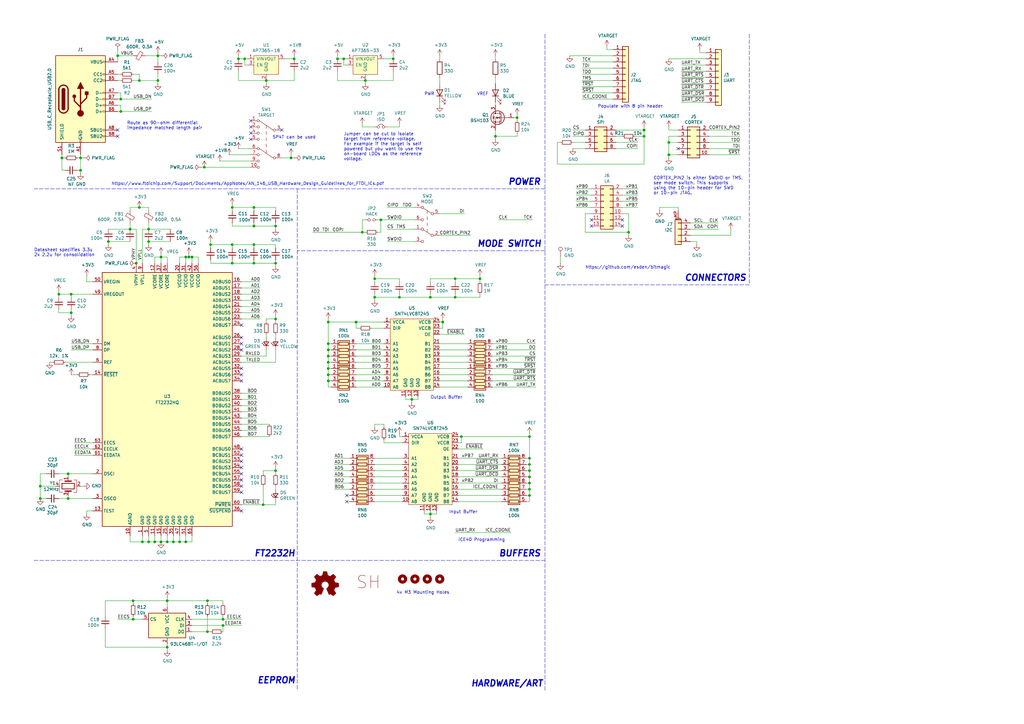
<source format=kicad_sch>
(kicad_sch (version 20250114) (generator "eeschema") (generator_version "9.0")
  (paper "A3")
  (title_block (title "Tigard") (date "2020-10-27") (rev "v1.1") (comment 1 "Copyright 2020 Franklin Harding") (comment 2 "Licensed under CC-BY-SA 4.0"))
  (text "SP4T can be used" (at 111.76 57.15 0) (effects (font (size 1.27 1.27)) (justify left bottom)))
  (text "VREF" (at 195.58 39.37 0) (effects (font (size 1.27 1.27)) (justify left bottom)))
  (text "https://github.com/esden/bitmagic" (at 240.03 110.49 0) (effects (font (size 1.27 1.27)) (justify left bottom)))
  (text "Route as 90-ohm differential\nimpedance matched length pair" (at 52.07 53.34 0) (effects (font (size 1.27 1.27)) (justify left bottom)))
  (text "Datasheet specifies 3.3u\n2x 2.2u for consolidation" (at 13.97 105.41 0) (effects (font (size 1.27 1.27)) (justify left bottom)))
  (text "FT2232H" (at 104.14 228.6 0) (effects (font (size 2.54 2.54) (thickness 0.508) (bold yes) (italic yes)) (justify left bottom)))
  (text "iCE40 Programming" (at 187.96 222.25 0) (effects (font (size 1.27 1.27)) (justify left bottom)))
  (text "Output Buffer" (at 176.53 163.83 0) (effects (font (size 1.27 1.27)) (justify left bottom)))
  (text "POWER" (at 208.28 76.2 0) (effects (font (size 2.54 2.54) (thickness 0.508) (bold yes) (italic yes)) (justify left bottom)))
  (text "Input Buffer" (at 184.15 210.82 0) (effects (font (size 1.27 1.27)) (justify left bottom)))
  (text "EEPROM" (at 105.41 280.67 0) (effects (font (size 2.54 2.54) (thickness 0.508) (bold yes) (italic yes)) (justify left bottom)))
  (text "BUFFERS" (at 204.47 228.6 0) (effects (font (size 2.54 2.54) (thickness 0.508) (bold yes) (italic yes)) (justify left bottom)))
  (text "Populate with 8 pin header" (at 245.11 44.45 0) (effects (font (size 1.27 1.27)) (justify left bottom)))
  (text "CORTEX_PIN2 is either SWDIO or TMS,\nsee mode switch. This supports\nusing the 10-pin header for SWD\nor 10-pin JTAG." (at 267.97 80.01 0) (effects (font (size 1.27 1.27)) (justify left bottom)))
  (text "CONNECTORS" (at 280.67 115.57 0) (effects (font (size 2.54 2.54) (thickness 0.508) (bold yes) (italic yes)) (justify left bottom)))
  (text "MODE SWITCH" (at 195.58 101.6 0) (effects (font (size 2.54 2.54) (thickness 0.508) (bold yes) (italic yes)) (justify left bottom)))
  (text "Jumper can be cut to isolate\ntarget from reference voltage.\nFor example if the target is self\npowered but you want to use the\non-board LDOs as the reference\nvoltage." (at 140.97 66.04 0) (effects (font (size 1.27 1.27)) (justify left bottom)))
  (text "4x M3 Mounting Holes" (at 162.56 243.84 0) (effects (font (size 1.27 1.27)) (justify left bottom)))
  (text "https://www.ftdichip.com/Support/Documents/AppNotes/AN_146_USB_Hardware_Design_Guidelines_for_FTDI_ICs.pdf" (at 45.72 76.2 0) (effects (font (size 1.27 1.27)) (justify left bottom)))
  (text "PWR" (at 173.99 39.37 0) (effects (font (size 1.27 1.27)) (justify left bottom)))
  (text "HARDWARE/ART" (at 193.04 281.94 0) (effects (font (size 2.54 2.54) (thickness 0.508) (bold yes) (italic yes)) (justify left bottom)))
  (junction (at 217.17 179.07))
  (junction (at 217.17 187.96))
  (junction (at 134.62 148.59))
  (junction (at 68.58 246.38))
  (junction (at 264.16 53.34))
  (junction (at 100.33 24.13))
  (junction (at 66.04 222.25))
  (junction (at 29.21 128.27))
  (junction (at 85.09 259.08))
  (junction (at 104.14 100.33))
  (junction (at 119.38 64.77))
  (junction (at 189.23 179.07))
  (junction (at 71.12 222.25))
  (junction (at 95.25 85.09))
  (junction (at 95.25 107.95))
  (junction (at 134.62 143.51))
  (junction (at 24.13 120.65))
  (junction (at 91.44 254))
  (junction (at 140.97 24.13))
  (junction (at 64.77 22.86))
  (junction (at 91.44 256.54))
  (junction (at 148.59 95.25))
  (junction (at 48.26 22.86))
  (junction (at 113.03 92.71))
  (junction (at 76.2 222.25))
  (junction (at 68.58 265.43))
  (junction (at 57.15 33.02))
  (junction (at 153.67 114.3))
  (junction (at 49.53 40.64))
  (junction (at 104.14 92.71))
  (junction (at 196.85 114.3))
  (junction (at 53.34 93.98))
  (junction (at 257.81 95.25))
  (junction (at 60.96 222.25))
  (junction (at 134.62 151.13))
  (junction (at 156.21 90.17))
  (junction (at 176.53 121.92))
  (junction (at 109.22 33.02))
  (junction (at 217.17 193.04))
  (junction (at 104.14 107.95))
  (junction (at 104.14 85.09))
  (junction (at 49.53 45.72))
  (junction (at 186.69 114.3))
  (junction (at 73.66 222.25))
  (junction (at 134.62 153.67))
  (junction (at 60.96 99.06))
  (junction (at 217.17 200.66))
  (junction (at 203.2 55.88))
  (junction (at 217.17 198.12))
  (junction (at 134.62 132.08))
  (junction (at 54.61 254))
  (junction (at 76.2 105.41))
  (junction (at 134.62 140.97))
  (junction (at 44.45 99.06))
  (junction (at 264.16 55.88))
  (junction (at 113.03 130.81))
  (junction (at 274.32 58.42))
  (junction (at 120.65 24.13))
  (junction (at 83.82 68.58))
  (junction (at 66.04 105.41))
  (junction (at 161.29 24.13))
  (junction (at 85.09 246.38))
  (junction (at 29.21 120.65))
  (junction (at 134.62 146.05))
  (junction (at 113.03 193.04))
  (junction (at 55.88 107.95))
  (junction (at 78.74 105.41))
  (junction (at 107.95 207.01))
  (junction (at 217.17 195.58))
  (junction (at 25.4 64.77))
  (junction (at 217.17 203.2))
  (junction (at 146.05 132.08))
  (junction (at 181.61 132.08))
  (junction (at 58.42 222.25))
  (junction (at 134.62 156.21))
  (junction (at 33.02 69.85))
  (junction (at 77.47 105.41))
  (junction (at 95.25 100.33))
  (junction (at 16.51 204.47))
  (junction (at 97.79 24.13))
  (junction (at 57.15 85.09))
  (junction (at 217.17 190.5))
  (junction (at 163.83 121.92))
  (junction (at 16.51 199.39))
  (junction (at 63.5 222.25))
  (junction (at 54.61 246.38))
  (junction (at 186.69 121.92))
  (junction (at 149.86 33.02))
  (junction (at 64.77 33.02))
  (junction (at 27.94 204.47))
  (junction (at 274.32 63.5))
  (junction (at 86.36 100.33))
  (junction (at 138.43 24.13))
  (junction (at 113.03 107.95))
  (junction (at 212.09 48.26))
  (junction (at 27.94 194.31))
  (junction (at 168.91 163.83))
  (junction (at 68.58 222.25))
  (junction (at 176.53 210.82))
  (junction (at 153.67 121.92))
  (junction (at 60.96 93.98))
  (junction (at 33.02 64.77))
  (no_connect (at 255.27 92.71))
  (no_connect (at 99.06 209.55))
  (no_connect (at 99.06 138.43))
  (no_connect (at 99.06 143.51))
  (no_connect (at 99.06 133.35))
  (no_connect (at 99.06 191.77))
  (no_connect (at 99.06 194.31))
  (no_connect (at 278.13 60.96))
  (no_connect (at 48.26 53.34))
  (no_connect (at 102.87 52.07))
  (no_connect (at 99.06 201.93))
  (no_connect (at 242.57 90.17))
  (no_connect (at 99.06 153.67))
  (no_connect (at 242.57 92.71))
  (no_connect (at 115.57 53.34))
  (no_connect (at 99.06 199.39))
  (no_connect (at 102.87 57.15))
  (no_connect (at 99.06 184.15))
  (no_connect (at 99.06 189.23))
  (no_connect (at 99.06 196.85))
  (no_connect (at 102.87 49.53))
  (no_connect (at 142.24 203.2))
  (no_connect (at 102.87 54.61))
  (no_connect (at 99.06 151.13))
  (no_connect (at 48.26 55.88))
  (no_connect (at 99.06 140.97))
  (no_connect (at 99.06 156.21))
  (no_connect (at 142.24 205.74))
  (no_connect (at 255.27 90.17))
  (no_connect (at 99.06 186.69))
  (wire (pts (xy 54.61 246.38) (xy 54.61 247.65)))
  (wire (pts (xy 146.05 146.05) (xy 157.48 146.05)))
  (wire (pts (xy 217.17 205.74) (xy 215.9 205.74)))
  (wire (pts (xy 58.42 219.71) (xy 58.42 222.25)))
  (wire (pts (xy 63.5 219.71) (xy 63.5 222.25)))
  (wire (pts (xy 240.03 87.63) (xy 240.03 95.25)))
  (wire (pts (xy 148.59 95.25) (xy 149.86 95.25)))
  (wire (pts (xy 68.58 266.7) (xy 68.58 265.43)))
  (wire (pts (xy 173.99 209.55) (xy 173.99 210.82)))
  (wire (pts (xy 274.32 63.5) (xy 278.13 63.5)))
  (wire (pts (xy 191.77 151.13) (xy 180.34 151.13)))
  (wire (pts (xy 105.41 171.45) (xy 99.06 171.45)))
  (wire (pts (xy 252.73 58.42) (xy 261.62 58.42)))
  (wire (pts (xy 25.4 64.77) (xy 25.4 69.85)))
  (wire (pts (xy 53.34 222.25) (xy 58.42 222.25)))
  (wire (pts (xy 20.32 148.59) (xy 21.59 148.59)))
  (wire (pts (xy 217.17 198.12) (xy 215.9 198.12)))
  (wire (pts (xy 83.82 68.58) (xy 102.87 68.58)))
  (wire (pts (xy 186.69 121.92) (xy 186.69 120.65)))
  (wire (pts (xy 49.53 40.64) (xy 62.23 40.64)))
  (wire (pts (xy 31.75 64.77) (xy 33.02 64.77)))
  (wire (pts (xy 95.25 100.33) (xy 95.25 101.6)))
  (wire (pts (xy 107.95 199.39) (xy 107.95 207.01)))
  (wire (pts (xy 158.75 52.07) (xy 163.83 52.07)))
  (wire (pts (xy 157.48 181.61) (xy 157.48 180.34)))
  (wire (pts (xy 36.83 153.67) (xy 38.1 153.67)))
  (wire (pts (xy 274.32 55.88) (xy 278.13 55.88)))
  (wire (pts (xy 238.76 27.94) (xy 251.46 27.94)))
  (wire (pts (xy 60.96 222.25) (xy 63.5 222.25)))
  (wire (pts (xy 176.53 121.92) (xy 176.53 120.65)))
  (wire (pts (xy 44.45 93.98) (xy 53.34 93.98)))
  (wire (pts (xy 105.41 161.29) (xy 99.06 161.29)))
  (wire (pts (xy 101.6 26.67) (xy 100.33 26.67)))
  (wire (pts (xy 78.74 219.71) (xy 78.74 222.25)))
  (wire (pts (xy 34.29 199.39) (xy 33.02 199.39)))
  (wire (pts (xy 99.06 125.73) (xy 106.68 125.73)))
  (wire (pts (xy 16.51 194.31) (xy 16.51 199.39)))
  (wire (pts (xy 24.13 204.47) (xy 27.94 204.47)))
  (wire (pts (xy 156.21 95.25) (xy 154.94 95.25)))
  (wire (pts (xy 54.61 30.48) (xy 57.15 30.48)))
  (wire (pts (xy 153.67 200.66) (xy 165.1 200.66)))
  (wire (pts (xy 201.93 140.97) (xy 219.71 140.97)))
  (wire (pts (xy 264.16 67.31) (xy 264.16 55.88)))
  (wire (pts (xy 146.05 148.59) (xy 157.48 148.59)))
  (wire (pts (xy 38.1 143.51) (xy 29.21 143.51)))
  (wire (pts (xy 201.93 153.67) (xy 219.71 153.67)))
  (wire (pts (xy 212.09 48.26) (xy 212.09 49.53)))
  (wire (pts (xy 109.22 130.81) (xy 109.22 132.08)))
  (wire (pts (xy 113.03 129.54) (xy 113.03 130.81)))
  (wire (pts (xy 16.51 199.39) (xy 16.51 204.47)))
  (wire (pts (xy 187.96 187.96) (xy 205.74 187.96)))
  (wire (pts (xy 242.57 87.63) (xy 240.03 87.63)))
  (wire (pts (xy 203.2 41.91) (xy 203.2 43.18)))
  (wire (pts (xy 68.58 105.41) (xy 68.58 107.95)))
  (wire (pts (xy 99.06 163.83) (xy 105.41 163.83)))
  (wire (pts (xy 201.93 158.75) (xy 219.71 158.75)))
  (wire (pts (xy 153.67 123.19) (xy 153.67 121.92)))
  (wire (pts (xy 106.68 123.19) (xy 99.06 123.19)))
  (wire (pts (xy 238.76 25.4) (xy 251.46 25.4)))
  (wire (pts (xy 217.17 193.04) (xy 217.17 195.58)))
  (wire (pts (xy 134.62 148.59) (xy 135.89 148.59)))
  (wire (pts (xy 279.4 29.21) (xy 289.56 29.21)))
  (wire (pts (xy 255.27 55.88) (xy 252.73 55.88)))
  (wire (pts (xy 68.58 246.38) (xy 68.58 245.11)))
  (wire (pts (xy 100.33 24.13) (xy 101.6 24.13)))
  (wire (pts (xy 187.96 190.5) (xy 205.74 190.5)))
  (wire (pts (xy 82.55 68.58) (xy 83.82 68.58)))
  (wire (pts (xy 66.04 105.41) (xy 68.58 105.41)))
  (wire (pts (xy 217.17 190.5) (xy 215.9 190.5)))
  (wire (pts (xy 63.5 105.41) (xy 66.04 105.41)))
  (polyline (pts (xy 223.52 77.47) (xy 13.97 77.47)) (stroke (width 0) (type dash)))
  (wire (pts (xy 180.34 148.59) (xy 191.77 148.59)))
  (wire (pts (xy 58.42 107.95) (xy 58.42 93.98)))
  (wire (pts (xy 134.62 156.21) (xy 135.89 156.21)))
  (wire (pts (xy 91.44 254) (xy 99.06 254)))
  (wire (pts (xy 104.14 92.71) (xy 113.03 92.71)))
  (wire (pts (xy 16.51 204.47) (xy 19.05 204.47)))
  (wire (pts (xy 85.09 246.38) (xy 85.09 247.65)))
  (wire (pts (xy 95.25 107.95) (xy 95.25 106.68)))
  (wire (pts (xy 217.17 200.66) (xy 217.17 203.2)))
  (wire (pts (xy 203.2 53.34) (xy 203.2 55.88)))
  (wire (pts (xy 157.48 153.67) (xy 146.05 153.67)))
  (wire (pts (xy 104.14 85.09) (xy 104.14 86.36)))
  (wire (pts (xy 161.29 29.21) (xy 161.29 33.02)))
  (wire (pts (xy 57.15 85.09) (xy 60.96 85.09)))
  (wire (pts (xy 165.1 181.61) (xy 157.48 181.61)))
  (wire (pts (xy 78.74 254) (xy 91.44 254)))
  (wire (pts (xy 35.56 209.55) (xy 38.1 209.55)))
  (wire (pts (xy 58.42 222.25) (xy 60.96 222.25)))
  (wire (pts (xy 163.83 179.07) (xy 165.1 179.07)))
  (wire (pts (xy 106.68 128.27) (xy 99.06 128.27)))
  (wire (pts (xy 217.17 187.96) (xy 217.17 179.07)))
  (wire (pts (xy 196.85 115.57) (xy 196.85 114.3)))
  (wire (pts (xy 99.06 176.53) (xy 105.41 176.53)))
  (wire (pts (xy 196.85 113.03) (xy 196.85 114.3)))
  (wire (pts (xy 137.16 193.04) (xy 143.51 193.04)))
  (wire (pts (xy 137.16 198.12) (xy 143.51 198.12)))
  (wire (pts (xy 64.77 21.59) (xy 64.77 22.86)))
  (wire (pts (xy 66.04 104.14) (xy 66.04 105.41)))
  (wire (pts (xy 97.79 60.96) (xy 102.87 60.96)))
  (wire (pts (xy 64.77 22.86) (xy 64.77 25.4)))
  (wire (pts (xy 113.03 92.71) (xy 113.03 93.98)))
  (wire (pts (xy 86.36 100.33) (xy 95.25 100.33)))
  (wire (pts (xy 30.48 186.69) (xy 38.1 186.69)))
  (wire (pts (xy 113.03 193.04) (xy 113.03 194.31)))
  (wire (pts (xy 66.04 107.95) (xy 66.04 105.41)))
  (wire (pts (xy 212.09 55.88) (xy 212.09 54.61)))
  (wire (pts (xy 91.44 259.08) (xy 91.44 256.54)))
  (wire (pts (xy 99.06 168.91) (xy 105.41 168.91)))
  (polyline (pts (xy 223.52 102.87) (xy 121.92 102.87)) (stroke (width 0) (type dash)))
  (wire (pts (xy 53.34 85.09) (xy 53.34 86.36)))
  (wire (pts (xy 86.36 259.08) (xy 85.09 259.08)))
  (wire (pts (xy 290.83 55.88) (xy 303.53 55.88)))
  (wire (pts (xy 57.15 85.09) (xy 53.34 85.09)))
  (wire (pts (xy 78.74 107.95) (xy 78.74 105.41)))
  (wire (pts (xy 257.81 95.25) (xy 257.81 96.52)))
  (wire (pts (xy 248.92 20.32) (xy 251.46 20.32)))
  (wire (pts (xy 29.21 128.27) (xy 29.21 127)))
  (wire (pts (xy 143.51 205.74) (xy 142.24 205.74)))
  (wire (pts (xy 71.12 222.25) (xy 68.58 222.25)))
  (wire (pts (xy 113.03 109.22) (xy 113.03 107.95)))
  (wire (pts (xy 134.62 151.13) (xy 135.89 151.13)))
  (wire (pts (xy 201.93 146.05) (xy 219.71 146.05)))
  (wire (pts (xy 29.21 140.97) (xy 38.1 140.97)))
  (wire (pts (xy 290.83 58.42) (xy 303.53 58.42)))
  (wire (pts (xy 217.17 195.58) (xy 215.9 195.58)))
  (wire (pts (xy 33.02 64.77) (xy 34.29 64.77)))
  (wire (pts (xy 77.47 105.41) (xy 77.47 104.14)))
  (wire (pts (xy 187.96 200.66) (xy 205.74 200.66)))
  (wire (pts (xy 274.32 58.42) (xy 274.32 63.5)))
  (wire (pts (xy 29.21 120.65) (xy 38.1 120.65)))
  (wire (pts (xy 44.45 99.06) (xy 53.34 99.06)))
  (wire (pts (xy 35.56 113.03) (xy 35.56 115.57)))
  (wire (pts (xy 274.32 53.34) (xy 278.13 53.34)))
  (wire (pts (xy 60.96 219.71) (xy 60.96 222.25)))
  (wire (pts (xy 49.53 40.64) (xy 48.26 40.64)))
  (wire (pts (xy 186.69 115.57) (xy 186.69 114.3)))
  (wire (pts (xy 64.77 30.48) (xy 64.77 33.02)))
  (wire (pts (xy 191.77 146.05) (xy 180.34 146.05)))
  (wire (pts (xy 99.06 130.81) (xy 106.68 130.81)))
  (wire (pts (xy 153.67 114.3) (xy 163.83 114.3)))
  (wire (pts (xy 138.43 29.21) (xy 138.43 33.02)))
  (wire (pts (xy 176.53 114.3) (xy 186.69 114.3)))
  (wire (pts (xy 146.05 132.08) (xy 157.48 132.08)))
  (wire (pts (xy 153.67 121.92) (xy 163.83 121.92)))
  (wire (pts (xy 97.79 22.86) (xy 97.79 24.13)))
  (wire (pts (xy 73.66 105.41) (xy 73.66 107.95)))
  (wire (pts (xy 264.16 52.07) (xy 264.16 53.34)))
  (wire (pts (xy 238.76 30.48) (xy 251.46 30.48)))
  (wire (pts (xy 91.44 246.38) (xy 91.44 247.65)))
  (wire (pts (xy 278.13 85.09) (xy 278.13 86.36)))
  (wire (pts (xy 113.03 130.81) (xy 109.22 130.81)))
  (wire (pts (xy 95.25 91.44) (xy 95.25 92.71)))
  (wire (pts (xy 48.26 33.02) (xy 49.53 33.02)))
  (wire (pts (xy 49.53 43.18) (xy 49.53 45.72)))
  (wire (pts (xy 48.26 20.32) (xy 48.26 22.86)))
  (wire (pts (xy 289.56 26.67) (xy 279.4 26.67)))
  (wire (pts (xy 109.22 143.51) (xy 109.22 146.05)))
  (wire (pts (xy 283.21 93.98) (xy 294.64 93.98)))
  (wire (pts (xy 54.61 254) (xy 58.42 254)))
  (wire (pts (xy 29.21 129.54) (xy 29.21 128.27)))
  (wire (pts (xy 217.17 200.66) (xy 215.9 200.66)))
  (wire (pts (xy 217.17 195.58) (xy 217.17 198.12)))
  (wire (pts (xy 63.5 222.25) (xy 66.04 222.25)))
  (wire (pts (xy 181.61 130.81) (xy 181.61 132.08)))
  (wire (pts (xy 189.23 179.07) (xy 217.17 179.07)))
  (wire (pts (xy 113.03 191.77) (xy 113.03 193.04)))
  (wire (pts (xy 113.03 143.51) (xy 113.03 148.59)))
  (wire (pts (xy 157.48 175.26) (xy 157.48 173.99)))
  (wire (pts (xy 60.96 93.98) (xy 60.96 91.44)))
  (wire (pts (xy 217.17 193.04) (xy 215.9 193.04)))
  (wire (pts (xy 210.82 48.26) (xy 212.09 48.26)))
  (wire (pts (xy 68.58 246.38) (xy 54.61 246.38)))
  (wire (pts (xy 95.25 92.71) (xy 104.14 92.71)))
  (wire (pts (xy 153.67 120.65) (xy 153.67 121.92)))
  (wire (pts (xy 137.16 187.96) (xy 143.51 187.96)))
  (wire (pts (xy 153.67 173.99) (xy 153.67 175.26)))
  (wire (pts (xy 22.86 199.39) (xy 16.51 199.39)))
  (wire (pts (xy 201.93 148.59) (xy 219.71 148.59)))
  (wire (pts (xy 157.48 173.99) (xy 153.67 173.99)))
  (wire (pts (xy 76.2 222.25) (xy 73.66 222.25)))
  (wire (pts (xy 181.61 134.62) (xy 181.61 132.08)))
  (wire (pts (xy 106.68 118.11) (xy 99.06 118.11)))
  (wire (pts (xy 95.25 100.33) (xy 104.14 100.33)))
  (wire (pts (xy 134.62 148.59) (xy 134.62 146.05)))
  (wire (pts (xy 48.26 38.1) (xy 49.53 38.1)))
  (wire (pts (xy 158.75 99.06) (xy 170.18 99.06)))
  (wire (pts (xy 274.32 58.42) (xy 274.32 55.88)))
  (wire (pts (xy 43.18 246.38) (xy 54.61 246.38)))
  (wire (pts (xy 252.73 60.96) (xy 261.62 60.96)))
  (wire (pts (xy 148.59 50.8) (xy 148.59 52.07)))
  (wire (pts (xy 48.26 22.86) (xy 48.26 25.4)))
  (wire (pts (xy 290.83 63.5) (xy 303.53 63.5)))
  (wire (pts (xy 93.98 63.5) (xy 102.87 63.5)))
  (wire (pts (xy 60.96 100.33) (xy 60.96 99.06)))
  (wire (pts (xy 165.1 203.2) (xy 153.67 203.2)))
  (wire (pts (xy 238.76 40.64) (xy 251.46 40.64)))
  (wire (pts (xy 257.81 87.63) (xy 257.81 95.25)))
  (wire (pts (xy 105.41 166.37) (xy 99.06 166.37)))
  (wire (pts (xy 285.75 99.06) (xy 285.75 100.33)))
  (wire (pts (xy 161.29 33.02) (xy 149.86 33.02)))
  (wire (pts (xy 146.05 143.51) (xy 157.48 143.51)))
  (wire (pts (xy 54.61 22.86) (xy 48.26 22.86)))
  (wire (pts (xy 86.36 107.95) (xy 86.36 106.68)))
  (wire (pts (xy 176.53 209.55) (xy 176.53 210.82)))
  (wire (pts (xy 106.68 115.57) (xy 99.06 115.57)))
  (wire (pts (xy 95.25 85.09) (xy 95.25 86.36)))
  (wire (pts (xy 279.4 31.75) (xy 289.56 31.75)))
  (wire (pts (xy 53.34 91.44) (xy 53.34 93.98)))
  (wire (pts (xy 107.95 193.04) (xy 113.03 193.04)))
  (wire (pts (xy 290.83 60.96) (xy 303.53 60.96)))
  (wire (pts (xy 137.16 200.66) (xy 143.51 200.66)))
  (wire (pts (xy 248.92 19.05) (xy 248.92 20.32)))
  (wire (pts (xy 261.62 77.47) (xy 255.27 77.47)))
  (wire (pts (xy 76.2 107.95) (xy 76.2 105.41)))
  (wire (pts (xy 134.62 146.05) (xy 134.62 143.51)))
  (wire (pts (xy 76.2 105.41) (xy 77.47 105.41)))
  (wire (pts (xy 49.53 38.1) (xy 49.53 40.64)))
  (wire (pts (xy 57.15 33.02) (xy 64.77 33.02)))
  (wire (pts (xy 270.51 85.09) (xy 278.13 85.09)))
  (wire (pts (xy 44.45 100.33) (xy 44.45 99.06)))
  (wire (pts (xy 217.17 187.96) (xy 217.17 190.5)))
  (wire (pts (xy 260.35 55.88) (xy 264.16 55.88)))
  (wire (pts (xy 166.37 162.56) (xy 166.37 163.83)))
  (wire (pts (xy 73.66 222.25) (xy 71.12 222.25)))
  (wire (pts (xy 134.62 130.81) (xy 134.62 132.08)))
  (wire (pts (xy 234.95 53.34) (xy 240.03 53.34)))
  (wire (pts (xy 138.43 22.86) (xy 138.43 24.13)))
  (wire (pts (xy 24.13 194.31) (xy 27.94 194.31)))
  (wire (pts (xy 180.34 43.18) (xy 180.34 41.91)))
  (wire (pts (xy 54.61 33.02) (xy 57.15 33.02)))
  (wire (pts (xy 228.6 67.31) (xy 264.16 67.31)))
  (wire (pts (xy 180.34 134.62) (xy 181.61 134.62)))
  (wire (pts (xy 229.87 58.42) (xy 228.6 58.42)))
  (wire (pts (xy 120.65 22.86) (xy 120.65 24.13)))
  (wire (pts (xy 180.34 143.51) (xy 191.77 143.51)))
  (wire (pts (xy 242.57 82.55) (xy 236.22 82.55)))
  (wire (pts (xy 287.02 21.59) (xy 289.56 21.59)))
  (wire (pts (xy 137.16 195.58) (xy 143.51 195.58)))
  (wire (pts (xy 157.48 24.13) (xy 161.29 24.13)))
  (wire (pts (xy 171.45 162.56) (xy 171.45 163.83)))
  (wire (pts (xy 95.25 107.95) (xy 86.36 107.95)))
  (wire (pts (xy 238.76 35.56) (xy 251.46 35.56)))
  (wire (pts (xy 68.58 219.71) (xy 68.58 222.25)))
  (wire (pts (xy 217.17 203.2) (xy 215.9 203.2)))
  (wire (pts (xy 234.95 55.88) (xy 240.03 55.88)))
  (wire (pts (xy 201.93 151.13) (xy 219.71 151.13)))
  (wire (pts (xy 165.1 195.58) (xy 153.67 195.58)))
  (wire (pts (xy 24.13 120.65) (xy 29.21 120.65)))
  (wire (pts (xy 60.96 99.06) (xy 69.85 99.06)))
  (wire (pts (xy 261.62 85.09) (xy 255.27 85.09)))
  (wire (pts (xy 153.67 114.3) (xy 153.67 115.57)))
  (wire (pts (xy 68.58 265.43) (xy 68.58 264.16)))
  (wire (pts (xy 261.62 82.55) (xy 255.27 82.55)))
  (wire (pts (xy 134.62 143.51) (xy 134.62 140.97)))
  (wire (pts (xy 173.99 210.82) (xy 176.53 210.82)))
  (wire (pts (xy 283.21 99.06) (xy 285.75 99.06)))
  (wire (pts (xy 255.27 87.63) (xy 257.81 87.63)))
  (wire (pts (xy 27.94 203.2) (xy 27.94 204.47)))
  (wire (pts (xy 134.62 146.05) (xy 135.89 146.05)))
  (wire (pts (xy 149.86 90.17) (xy 148.59 90.17)))
  (wire (pts (xy 137.16 190.5) (xy 143.51 190.5)))
  (wire (pts (xy 27.94 204.47) (xy 38.1 204.47)))
  (wire (pts (xy 157.48 158.75) (xy 146.05 158.75)))
  (wire (pts (xy 171.45 163.83) (xy 168.91 163.83)))
  (wire (pts (xy 134.62 156.21) (xy 134.62 153.67)))
  (wire (pts (xy 135.89 140.97) (xy 134.62 140.97)))
  (wire (pts (xy 186.69 218.44) (xy 209.55 218.44)))
  (wire (pts (xy 100.33 24.13) (xy 97.79 24.13)))
  (wire (pts (xy 24.13 128.27) (xy 29.21 128.27)))
  (wire (pts (xy 217.17 177.8) (xy 217.17 179.07)))
  (wire (pts (xy 59.69 22.86) (xy 64.77 22.86)))
  (wire (pts (xy 107.95 194.31) (xy 107.95 193.04)))
  (wire (pts (xy 215.9 187.96) (xy 217.17 187.96)))
  (wire (pts (xy 219.71 156.21) (xy 201.93 156.21)))
  (wire (pts (xy 78.74 259.08) (xy 85.09 259.08)))
  (wire (pts (xy 153.67 205.74) (xy 165.1 205.74)))
  (wire (pts (xy 146.05 140.97) (xy 157.48 140.97)))
  (wire (pts (xy 187.96 181.61) (xy 189.23 181.61)))
  (wire (pts (xy 157.48 151.13) (xy 146.05 151.13)))
  (wire (pts (xy 38.1 184.15) (xy 30.48 184.15)))
  (wire (pts (xy 299.72 96.52) (xy 283.21 96.52)))
  (wire (pts (xy 134.62 140.97) (xy 134.62 132.08)))
  (wire (pts (xy 299.72 93.98) (xy 299.72 96.52)))
  (wire (pts (xy 90.17 66.04) (xy 102.87 66.04)))
  (wire (pts (xy 176.53 115.57) (xy 176.53 114.3)))
  (wire (pts (xy 134.62 132.08) (xy 146.05 132.08)))
  (wire (pts (xy 33.02 71.12) (xy 33.02 69.85)))
  (wire (pts (xy 274.32 52.07) (xy 274.32 53.34)))
  (wire (pts (xy 128.27 95.25) (xy 148.59 95.25)))
  (wire (pts (xy 238.76 38.1) (xy 251.46 38.1)))
  (wire (pts (xy 203.2 31.75) (xy 203.2 34.29)))
  (wire (pts (xy 187.96 205.74) (xy 205.74 205.74)))
  (wire (pts (xy 49.53 30.48) (xy 48.26 30.48)))
  (wire (pts (xy 148.59 52.07) (xy 153.67 52.07)))
  (wire (pts (xy 217.17 198.12) (xy 217.17 200.66)))
  (wire (pts (xy 236.22 80.01) (xy 242.57 80.01)))
  (wire (pts (xy 109.22 137.16) (xy 109.22 138.43)))
  (wire (pts (xy 278.13 58.42) (xy 274.32 58.42)))
  (wire (pts (xy 60.96 85.09) (xy 60.96 86.36)))
  (wire (pts (xy 176.53 121.92) (xy 186.69 121.92)))
  (wire (pts (xy 31.75 69.85) (xy 33.02 69.85)))
  (wire (pts (xy 163.83 177.8) (xy 163.83 179.07)))
  (wire (pts (xy 30.48 181.61) (xy 38.1 181.61)))
  (wire (pts (xy 24.13 120.65) (xy 24.13 119.38)))
  (wire (pts (xy 149.86 34.29) (xy 149.86 33.02)))
  (wire (pts (xy 116.84 24.13) (xy 120.65 24.13)))
  (wire (pts (xy 95.25 85.09) (xy 104.14 85.09)))
  (wire (pts (xy 55.88 93.98) (xy 55.88 107.95)))
  (wire (pts (xy 99.06 120.65) (xy 106.68 120.65)))
  (wire (pts (xy 163.83 121.92) (xy 176.53 121.92)))
  (polyline (pts (xy 121.92 77.47) (xy 121.92 283.21)) (stroke (width 0) (type dash)))
  (wire (pts (xy 63.5 105.41) (xy 63.5 107.95)))
  (wire (pts (xy 64.77 34.29) (xy 64.77 33.02)))
  (wire (pts (xy 142.24 26.67) (xy 140.97 26.67)))
  (wire (pts (xy 163.83 114.3) (xy 163.83 115.57)))
  (wire (pts (xy 107.95 207.01) (xy 113.03 207.01)))
  (wire (pts (xy 283.21 91.44) (xy 294.64 91.44)))
  (wire (pts (xy 119.38 64.77) (xy 119.38 63.5)))
  (wire (pts (xy 270.51 86.36) (xy 270.51 85.09)))
  (wire (pts (xy 27.94 195.58) (xy 27.94 194.31)))
  (wire (pts (xy 115.57 64.77) (xy 119.38 64.77)))
  (wire (pts (xy 35.56 210.82) (xy 35.56 209.55)))
  (wire (pts (xy 25.4 63.5) (xy 25.4 64.77)))
  (wire (pts (xy 104.14 107.95) (xy 95.25 107.95)))
  (wire (pts (xy 186.69 114.3) (xy 196.85 114.3)))
  (wire (pts (xy 99.06 207.01) (xy 107.95 207.01)))
  (wire (pts (xy 120.65 64.77) (xy 119.38 64.77)))
  (wire (pts (xy 97.79 33.02) (xy 109.22 33.02)))
  (wire (pts (xy 180.34 137.16) (xy 190.5 137.16)))
  (wire (pts (xy 179.07 209.55) (xy 179.07 210.82)))
  (wire (pts (xy 26.67 148.59) (xy 38.1 148.59)))
  (wire (pts (xy 43.18 265.43) (xy 68.58 265.43)))
  (wire (pts (xy 165.1 190.5) (xy 153.67 190.5)))
  (wire (pts (xy 113.03 92.71) (xy 113.03 91.44)))
  (wire (pts (xy 113.03 107.95) (xy 104.14 107.95)))
  (wire (pts (xy 85.09 259.08) (xy 85.09 252.73)))
  (wire (pts (xy 274.32 63.5) (xy 274.32 64.77)))
  (wire (pts (xy 120.65 29.21) (xy 120.65 33.02)))
  (wire (pts (xy 154.94 90.17) (xy 156.21 90.17)))
  (wire (pts (xy 24.13 121.92) (xy 24.13 120.65)))
  (wire (pts (xy 161.29 22.86) (xy 161.29 24.13)))
  (wire (pts (xy 180.34 87.63) (xy 190.5 87.63)))
  (wire (pts (xy 138.43 33.02) (xy 149.86 33.02)))
  (wire (pts (xy 62.23 45.72) (xy 49.53 45.72)))
  (wire (pts (xy 212.09 46.99) (xy 212.09 48.26)))
  (wire (pts (xy 33.02 64.77) (xy 33.02 69.85)))
  (wire (pts (xy 236.22 85.09) (xy 242.57 85.09)))
  (wire (pts (xy 274.32 24.13) (xy 289.56 24.13)))
  (wire (pts (xy 166.37 163.83) (xy 168.91 163.83)))
  (wire (pts (xy 78.74 256.54) (xy 91.44 256.54)))
  (wire (pts (xy 120.65 33.02) (xy 109.22 33.02)))
  (polyline (pts (xy 13.97 229.87) (xy 223.52 229.87)) (stroke (width 0) (type dash)))
  (wire (pts (xy 180.34 132.08) (xy 181.61 132.08)))
  (wire (pts (xy 234.95 60.96) (xy 240.03 60.96)))
  (wire (pts (xy 134.62 153.67) (xy 135.89 153.67)))
  (wire (pts (xy 156.21 90.17) (xy 156.21 95.25)))
  (wire (pts (xy 153.67 193.04) (xy 165.1 193.04)))
  (wire (pts (xy 203.2 22.86) (xy 203.2 24.13)))
  (wire (pts (xy 99.06 173.99) (xy 110.49 173.99)))
  (wire (pts (xy 180.34 34.29) (xy 180.34 31.75)))
  (wire (pts (xy 68.58 246.38) (xy 85.09 246.38)))
  (wire (pts (xy 289.56 41.91) (xy 279.4 41.91)))
  (wire (pts (xy 25.4 69.85) (xy 26.67 69.85)))
  (wire (pts (xy 60.96 93.98) (xy 69.85 93.98)))
  (wire (pts (xy 19.05 194.31) (xy 16.51 194.31)))
  (wire (pts (xy 104.14 107.95) (xy 104.14 106.68)))
  (wire (pts (xy 163.83 121.92) (xy 163.83 120.65)))
  (wire (pts (xy 113.03 199.39) (xy 113.03 200.66)))
  (wire (pts (xy 158.75 85.09) (xy 170.18 85.09)))
  (wire (pts (xy 234.95 58.42) (xy 240.03 58.42)))
  (wire (pts (xy 290.83 53.34) (xy 303.53 53.34)))
  (wire (pts (xy 109.22 34.29) (xy 109.22 33.02)))
  (wire (pts (xy 27.94 194.31) (xy 38.1 194.31)))
  (wire (pts (xy 187.96 184.15) (xy 198.12 184.15)))
  (wire (pts (xy 113.03 107.95) (xy 113.03 106.68)))
  (wire (pts (xy 201.93 143.51) (xy 219.71 143.51)))
  (wire (pts (xy 53.34 219.71) (xy 53.34 222.25)))
  (wire (pts (xy 179.07 210.82) (xy 176.53 210.82)))
  (wire (pts (xy 66.04 222.25) (xy 66.04 219.71)))
  (wire (pts (xy 86.36 100.33) (xy 86.36 101.6)))
  (wire (pts (xy 191.77 140.97) (xy 180.34 140.97)))
  (polyline (pts (xy 307.34 13.97) (xy 307.34 116.84)) (stroke (width 0) (type dash)))
  (wire (pts (xy 68.58 222.25) (xy 66.04 222.25)))
  (wire (pts (xy 157.48 156.21) (xy 146.05 156.21)))
  (wire (pts (xy 255.27 80.01) (xy 261.62 80.01)))
  (wire (pts (xy 187.96 179.07) (xy 189.23 179.07)))
  (wire (pts (xy 24.13 127) (xy 24.13 128.27)))
  (wire (pts (xy 48.26 43.18) (xy 49.53 43.18)))
  (wire (pts (xy 71.12 219.71) (xy 71.12 222.25)))
  (wire (pts (xy 264.16 55.88) (xy 264.16 53.34)))
  (wire (pts (xy 113.03 205.74) (xy 113.03 207.01)))
  (wire (pts (xy 203.2 55.88) (xy 203.2 57.15)))
  (wire (pts (xy 29.21 121.92) (xy 29.21 120.65)))
  (wire (pts (xy 140.97 26.67) (xy 140.97 24.13)))
  (wire (pts (xy 146.05 132.08) (xy 146.05 134.62)))
  (wire (pts (xy 99.06 146.05) (xy 109.22 146.05)))
  (wire (pts (xy 140.97 24.13) (xy 142.24 24.13)))
  (wire (pts (xy 187.96 198.12) (xy 205.74 198.12)))
  (wire (pts (xy 252.73 53.34) (xy 264.16 53.34)))
  (wire (pts (xy 180.34 96.52) (xy 193.04 96.52)))
  (wire (pts (xy 91.44 256.54) (xy 99.06 256.54)))
  (wire (pts (xy 99.06 179.07) (xy 110.49 179.07)))
  (wire (pts (xy 81.28 105.41) (xy 81.28 107.95)))
  (wire (pts (xy 180.34 153.67) (xy 191.77 153.67)))
  (wire (pts (xy 158.75 93.98) (xy 170.18 93.98)))
  (polyline (pts (xy 307.34 116.84) (xy 223.52 116.84)) (stroke (width 0) (type dash)))
  (wire (pts (xy 135.89 158.75) (xy 134.62 158.75)))
  (wire (pts (xy 163.83 52.07) (xy 163.83 50.8)))
  (wire (pts (xy 76.2 219.71) (xy 76.2 222.25)))
  (wire (pts (xy 78.74 105.41) (xy 81.28 105.41)))
  (wire (pts (xy 68.58 246.38) (xy 68.58 248.92)))
  (wire (pts (xy 29.21 153.67) (xy 31.75 153.67)))
  (wire (pts (xy 191.77 156.21) (xy 180.34 156.21)))
  (wire (pts (xy 43.18 257.81) (xy 43.18 265.43)))
  (wire (pts (xy 57.15 30.48) (xy 57.15 33.02)))
  (wire (pts (xy 180.34 22.86) (xy 180.34 24.13)))
  (wire (pts (xy 279.4 36.83) (xy 289.56 36.83)))
  (wire (pts (xy 78.74 222.25) (xy 76.2 222.25)))
  (wire (pts (xy 187.96 203.2) (xy 205.74 203.2)))
  (wire (pts (xy 48.26 45.72) (xy 49.53 45.72)))
  (wire (pts (xy 26.67 64.77) (xy 25.4 64.77)))
  (wire (pts (xy 66.04 22.86) (xy 64.77 22.86)))
  (wire (pts (xy 54.61 252.73) (xy 54.61 254)))
  (wire (pts (xy 53.34 93.98) (xy 55.88 93.98)))
  (wire (pts (xy 168.91 165.1) (xy 168.91 163.83)))
  (wire (pts (xy 176.53 210.82) (xy 176.53 212.09)))
  (wire (pts (xy 104.14 85.09) (xy 113.03 85.09)))
  (wire (pts (xy 104.14 100.33) (xy 104.14 101.6)))
  (wire (pts (xy 228.6 58.42) (xy 228.6 67.31)))
  (wire (pts (xy 73.66 219.71) (xy 73.66 222.25)))
  (wire (pts (xy 95.25 83.82) (xy 95.25 85.09)))
  (wire (pts (xy 113.03 85.09) (xy 113.03 86.36)))
  (wire (pts (xy 142.24 203.2) (xy 143.51 203.2)))
  (wire (pts (xy 113.03 130.81) (xy 113.03 132.08)))
  (wire (pts (xy 85.09 246.38) (xy 91.44 246.38)))
  (wire (pts (xy 186.69 121.92) (xy 196.85 121.92)))
  (wire (pts (xy 242.57 77.47) (xy 236.22 77.47)))
  (wire (pts (xy 204.47 90.17) (xy 218.44 90.17)))
  (wire (pts (xy 287.02 20.32) (xy 287.02 21.59)))
  (wire (pts (xy 134.62 151.13) (xy 134.62 148.59)))
  (wire (pts (xy 43.18 252.73) (xy 43.18 246.38)))
  (wire (pts (xy 48.26 254) (xy 54.61 254)))
  (wire (pts (xy 187.96 195.58) (xy 205.74 195.58)))
  (wire (pts (xy 91.44 254) (xy 91.44 252.73)))
  (wire (pts (xy 189.23 181.61) (xy 189.23 179.07)))
  (wire (pts (xy 203.2 55.88) (xy 212.09 55.88)))
  (wire (pts (xy 148.59 90.17) (xy 148.59 95.25)))
  (wire (pts (xy 153.67 187.96) (xy 165.1 187.96)))
  (wire (pts (xy 104.14 100.33) (xy 113.03 100.33)))
  (wire (pts (xy 156.21 90.17) (xy 170.18 90.17)))
  (wire (pts (xy 77.47 105.41) (xy 78.74 105.41)))
  (wire (pts (xy 168.91 162.56) (xy 168.91 163.83)))
  (wire (pts (xy 140.97 24.13) (xy 138.43 24.13)))
  (wire (pts (xy 147.32 134.62) (xy 146.05 134.62)))
  (wire (pts (xy 134.62 143.51) (xy 135.89 143.51)))
  (wire (pts (xy 104.14 91.44) (xy 104.14 92.71)))
  (wire (pts (xy 153.67 198.12) (xy 165.1 198.12)))
  (wire (pts (xy 233.68 22.86) (xy 251.46 22.86)))
  (wire (pts (xy 134.62 158.75) (xy 134.62 156.21)))
  (wire (pts (xy 240.03 95.25) (xy 257.81 95.25)))
  (wire (pts (xy 229.87 105.41) (xy 229.87 107.95)))
  (wire (pts (xy 99.06 148.59) (xy 113.03 148.59)))
  (polyline (pts (xy 223.52 13.97) (xy 223.52 283.21)) (stroke (width 0) (type dash)))
  (wire (pts (xy 187.96 193.04) (xy 205.74 193.04)))
  (wire (pts (xy 33.02 63.5) (xy 33.02 64.77)))
  (wire (pts (xy 238.76 33.02) (xy 251.46 33.02)))
  (wire (pts (xy 86.36 99.06) (xy 86.36 100.33)))
  (wire (pts (xy 58.42 93.98) (xy 60.96 93.98)))
  (wire (pts (xy 152.4 134.62) (xy 157.48 134.62)))
  (wire (pts (xy 113.03 137.16) (xy 113.03 138.43)))
  (wire (pts (xy 153.67 113.03) (xy 153.67 114.3)))
  (wire (pts (xy 97.79 29.21) (xy 97.79 33.02)))
  (wire (pts (xy 134.62 153.67) (xy 134.62 151.13)))
  (wire (pts (xy 76.2 105.41) (xy 73.66 105.41)))
  (wire (pts (xy 217.17 190.5) (xy 217.17 193.04)))
  (wire (pts (xy 217.17 203.2) (xy 217.17 205.74)))
  (wire (pts (xy 113.03 100.33) (xy 113.03 101.6)))
  (wire (pts (xy 180.34 158.75) (xy 191.77 158.75)))
  (wire (pts (xy 279.4 39.37) (xy 289.56 39.37)))
  (wire (pts (xy 100.33 26.67) (xy 100.33 24.13)))
  (wire (pts (xy 196.85 121.92) (xy 196.85 120.65)))
  (wire (pts (xy 289.56 34.29) (xy 279.4 34.29)))
  (wire (pts (xy 35.56 115.57) (xy 38.1 115.57)))
  (label "xPB2" (at 236.22 80.01 0))
  (label "~{UART_CTS}" (at 279.4 34.29 0))
  (label "CORTEX_PIN2" (at 193.04 96.52 180))
  (label "AD3" (at 137.16 190.5 0))
  (label "CLK" (at 261.62 58.42 180))
  (label "xPB0" (at 208.28 140.97 180))
  (label "COPI" (at 140.97 95.25 180))
  (label "VPLL" (at 58.42 106.68 90))
  (label "DO" (at 219.71 143.51 180))
  (label "DI" (at 190.5 87.63 180))
  (label "DI" (at 204.47 198.12 180))
  (label "xPB3" (at 208.28 146.05 180))
  (label "~{UART_DSR}" (at 279.4 39.37 0))
  (label "CS" (at 158.75 93.98 0))
  (label "~{UART_RTS}" (at 279.4 31.75 0))
  (label "ICE_CDONE" (at 209.55 218.44 180))
  (label "AD5" (at 137.16 193.04 0))
  (label "~{UART_DTR}" (at 219.71 153.67 180))
  (label "xPB4" (at 236.22 82.55 0))
  (label "xPB6" (at 208.28 158.75 180))
  (label "SWDIO" (at 158.75 90.17 0))
  (label "TXLED" (at 106.68 148.59 180))
  (label "TDO" (at 238.76 30.48 0))
  (label "xPB1" (at 208.28 143.51 180))
  (label "~{TRST}" (at 219.71 148.59 180))
  (label "USB_DN" (at 29.21 140.97 0))
  (label "VBUS" (at 54.61 22.86 180))
  (label "CLK" (at 204.47 90.17 0))
  (label "~{UART_CTS}" (at 204.47 190.5 180))
  (label "AD3" (at 106.68 123.19 180))
  (label "TDO" (at 165.1 85.09 0))
  (label "UART_RX" (at 186.69 218.44 0))
  (label "BD1" (at 105.41 163.83 180))
  (label "COPI" (at 261.62 60.96 180))
  (label "~{UART_DCD}" (at 279.4 41.91 0))
  (label "TMS" (at 162.56 93.98 0))
  (label "BD5" (at 105.41 173.99 180))
  (label "VPHY" (at 55.88 106.68 90))
  (label "UART_RX" (at 204.47 187.96 180))
  (label "CS" (at 219.71 146.05 180))
  (label "BD6" (at 137.16 200.66 0))
  (label "BD4" (at 105.41 171.45 180))
  (label "AD0" (at 106.68 115.57 180))
  (label "AD1" (at 106.68 118.11 180))
  (label "TCK" (at 303.53 55.88 180))
  (label "~{ENABLE}" (at 190.5 137.16 180))
  (label "BD1" (at 152.4 143.51 0))
  (label "BD3" (at 152.4 146.05 0))
  (label "xPB6" (at 236.22 85.09 0))
  (label "BD6" (at 105.41 176.53 180))
  (label "SWDIO" (at 158.75 99.06 0))
  (label "UART_TX" (at 279.4 26.67 0))
  (label "USB_DP" (at 62.23 45.72 180))
  (label "~{SRST}" (at 238.76 38.1 0))
  (label "EECLK" (at 99.06 254 180))
  (label "AD2" (at 152.4 156.21 0))
  (label "CLK" (at 219.71 140.97 180))
  (label "USB_DP" (at 29.21 143.51 0))
  (label "xPB7" (at 261.62 85.09 180))
  (label "AD4" (at 152.4 153.67 0))
  (label "USB_DN" (at 62.23 40.64 180))
  (label "BD5" (at 152.4 151.13 0))
  (label "RXLED" (at 106.68 146.05 180))
  (label "AD6" (at 106.68 130.81 180))
  (label "BD3" (at 105.41 168.91 180))
  (label "EEDATA" (at 99.06 256.54 180))
  (label "~{UART_DTR}" (at 279.4 36.83 0))
  (label "TDI" (at 303.53 60.96 180))
  (label "xPB3" (at 261.62 80.01 180))
  (label "xPB4" (at 208.28 148.59 180))
  (label "CIPO" (at 158.75 85.09 0))
  (label "~{UART_RTS}" (at 219.71 156.21 180))
  (label "AD5" (at 106.68 128.27 180))
  (label "xPB7" (at 194.31 187.96 180))
  (label "~{TRST}" (at 238.76 35.56 0))
  (label "~{SRST}" (at 219.71 151.13 180))
  (label "BD0" (at 105.41 161.29 180))
  (label "DO" (at 128.27 95.25 0))
  (label "SDA" (at 288.29 93.98 180))
  (label "TMS" (at 238.76 33.02 0))
  (label "BD2" (at 105.41 166.37 180))
  (label "~{ENABLE}" (at 106.68 207.01 180))
  (label "CIPO" (at 234.95 55.88 0))
  (label "~{UART_DSR}" (at 204.47 193.04 180))
  (label "xPB2" (at 194.31 198.12 180))
  (label "BD0" (at 152.4 140.97 0))
  (label "UART_RX" (at 279.4 29.21 0))
  (label "xPB0" (at 236.22 77.47 0))
  (label "BD4" (at 152.4 148.59 0))
  (label "AD6" (at 137.16 195.58 0))
  (label "BD2" (at 137.16 198.12 0))
  (label "EECLK" (at 30.48 184.15 0))
  (label "TDI" (at 132.08 95.25 0))
  (label "COPI" (at 294.64 93.98 180))
  (label "SCL" (at 288.29 91.44 180))
  (label "ICE_CDONE" (at 204.47 200.66 180))
  (label "ICE_CDONE" (at 238.76 40.64 0))
  (label "CLK" (at 294.64 91.44 180))
  (label "CORTEX_PIN2" (at 303.53 53.34 180))
  (label "TDO" (at 303.53 58.42 180))
  (label "~{UART_DCD}" (at 204.47 195.58 180))
  (label "CS" (at 234.95 53.34 0))
  (label "BD7" (at 105.41 179.07 180))
  (label "TCK" (at 218.44 90.17 180))
  (label "EECS" (at 30.48 181.61 0))
  (label "EECS" (at 48.26 254 0))
  (label "UART_TX" (at 219.71 158.75 180))
  (label "~{ENABLE}" (at 198.12 184.15 180))
  (label "xPB5" (at 208.28 151.13 180))
  (label "xPB1" (at 261.62 77.47 180))
  (label "EEDATA" (at 30.48 186.69 0))
  (label "AD2" (at 106.68 120.65 180))
  (label "TDI" (at 238.76 27.94 0))
  (label "AD0" (at 152.4 158.75 0))
  (label "~{SRST}" (at 303.53 63.5 180))
  (label "xPB5" (at 261.62 82.55 180))
  (label "AD1" (at 137.16 187.96 0))
  (label "AD4" (at 106.68 125.73 180))
  (label "TCK" (at 238.76 25.4 0))
  (symbol (lib_id "Connector:USB_C_Receptacle_USB2.0") (at 33.02 40.64 0) (unit 1)
    (property "Reference" "J1" (at 33.02 20.32 0))
    (property "Value" "USB_C_Receptacle_USB2.0" (at 20.32 40.64 90))
    (property "Footprint" "tigard:USB_C_Receptacle_HRO_TYPE-C-31-M-12" (effects (hide yes)))
    (property "Datasheet" "https://www.usb.org/sites/default/files/documents/usb_type-c.zip" (effects (hide yes)))
    (property "P/N" "TYPE-C-31-M-12" (effects (hide yes)))
    (property "LCSC" "C165948" (effects (hide yes)))
    (property "Key" "conn-smd-usb-c-2" (effects (hide yes)))
  )
  (symbol (lib_id "power:PWR_FLAG") (at 48.26 20.32 0) (unit 1)
    (property "Reference" "#FLG0101" (effects (hide yes)))
    (property "Value" "PWR_FLAG" (at 48.26 15.9258 0))
  )
  (symbol (lib_id "Device:R_Small") (at 52.07 30.48 270) (unit 1)
    (property "Reference" "R1" (at 52.07 25.5016 90))
    (property "Value" "5k1" (at 52.07 27.813 90))
    (property "Footprint" "Resistor_SMD:R_0402_1005Metric" (effects (hide yes)))
    (property "P/N" "0402WGJ0512TCE" (effects (hide yes)))
    (property "LCSC" "C25941" (effects (hide yes)))
    (property "Key" "res-0402-5k1" (effects (hide yes)))
  )
  (symbol (lib_id "Device:R_Small") (at 52.07 33.02 90) (mirror x) (unit 1)
    (property "Reference" "R2" (at 52.07 38.1 90))
    (property "Value" "5k1" (at 52.07 35.56 90))
    (property "Footprint" "Resistor_SMD:R_0402_1005Metric" (effects (hide yes)))
    (property "P/N" "0402WGJ0512TCE" (effects (hide yes)))
    (property "LCSC" "C25941" (effects (hide yes)))
    (property "Key" "res-0402-5k1" (effects (hide yes)))
  )
  (symbol (lib_id "power:GND") (at 64.77 34.29 0) (unit 1)
    (property "Reference" "#PWR0102" (effects (hide yes)))
    (property "Value" "GND" (at 64.897 38.6842 0))
  )
  (symbol (lib_id "power:GND") (at 33.02 71.12 0) (unit 1)
    (property "Reference" "#PWR0103" (effects (hide yes)))
    (property "Value" "GND" (at 33.147 75.5142 0))
  )
  (symbol (lib_id "tigard:AP7365-18") (at 109.22 26.67 0) (unit 1)
    (property "Reference" "U1" (at 109.22 18.415 0))
    (property "Value" "AP7365-18" (at 109.22 20.7264 0))
    (property "Footprint" "tigard:SOT-23-5_RoundRect" (effects (hide yes)))
    (property "P/N" "AP7365-18WG-7" (effects (hide yes)))
    (property "LCSC" "C460402" (effects (hide yes)))
    (property "Key" "vreg-sot23-5-1v8" (effects (hide yes)))
  )
  (symbol (lib_id "Connector_Generic:Conn_02x04_Odd_Even") (at 245.11 55.88 0) (unit 1)
    (property "Reference" "J4" (at 246.38 47.8282 0))
    (property "Value" "SPI" (at 246.38 50.1396 0))
    (property "Footprint" "tigard:PinHeader_2x04_P2.54mm_Vertical" (effects (hide yes)))
    (property "P/N" "MTP125-1204S1" (effects (hide yes)))
    (property "LCSC" "C358693" (effects (hide yes)))
    (property "Key" "conn-th-01in-4-2-hdr" (effects (hide yes)))
  )
  (symbol (lib_id "power:GND") (at 109.22 34.29 0) (unit 1)
    (property "Reference" "#PWR0104" (effects (hide yes)))
    (property "Value" "GND" (at 109.347 38.6842 0))
  )
  (symbol (lib_id "power:+5V") (at 97.79 22.86 0) (unit 1)
    (property "Reference" "#PWR0105" (effects (hide yes)))
    (property "Value" "+5V" (at 98.171 18.4658 0))
  )
  (symbol (lib_id "power:+1V8") (at 120.65 22.86 0) (unit 1)
    (property "Reference" "#PWR0106" (effects (hide yes)))
    (property "Value" "+1V8" (at 121.031 18.4658 0))
  )
  (symbol (lib_id "power:GND") (at 149.86 34.29 0) (unit 1)
    (property "Reference" "#PWR0107" (effects (hide yes)))
    (property "Value" "GND" (at 149.987 38.6842 0))
  )
  (symbol (lib_id "power:+5V") (at 138.43 22.86 0) (unit 1)
    (property "Reference" "#PWR0108" (effects (hide yes)))
    (property "Value" "+5V" (at 138.811 18.4658 0))
  )
  (symbol (lib_id "tigard:AP7365-33") (at 149.86 26.67 0) (unit 1)
    (property "Reference" "U2" (at 149.86 18.415 0))
    (property "Value" "AP7365-33" (at 149.86 20.7264 0))
    (property "Footprint" "tigard:SOT-23-5_RoundRect" (effects (hide yes)))
    (property "P/N" "AP7365-33WG-7" (effects (hide yes)))
    (property "LCSC" "C150742" (effects (hide yes)))
    (property "Key" "vreg-sot23-5-3v3" (effects (hide yes)))
  )
  (symbol (lib_id "power:+3V3") (at 161.29 22.86 0) (unit 1)
    (property "Reference" "#PWR0109" (effects (hide yes)))
    (property "Value" "+3V3" (at 161.671 18.4658 0))
  )
  (symbol (lib_id "power:+5V") (at 97.79 60.96 0) (unit 1)
    (property "Reference" "#PWR0110" (effects (hide yes)))
    (property "Value" "+5V" (at 98.171 56.5658 0))
  )
  (symbol (lib_id "power:+3V3") (at 93.98 63.5 0) (unit 1)
    (property "Reference" "#PWR0111" (effects (hide yes)))
    (property "Value" "+3V3" (at 94.361 59.1058 0))
  )
  (symbol (lib_id "power:+1V8") (at 90.17 66.04 0) (unit 1)
    (property "Reference" "#PWR0112" (effects (hide yes)))
    (property "Value" "+1V8" (at 90.551 61.6458 0))
  )
  (symbol (lib_id "Connector_Generic:Conn_02x05_Odd_Even") (at 283.21 58.42 0) (unit 1)
    (property "Reference" "J5" (at 284.48 47.8282 0))
    (property "Value" "CORTEX" (at 284.48 50.1396 0))
    (property "Footprint" "tigard:PinHeader_2x05_P1.27mm_Vertical_SMD" (effects (hide yes)))
    (property "P/N" "FTSH-105-01-F-DV-K" (effects (hide yes)))
    (property "LCSC" "C448647" (effects (hide yes)))
    (property "Key" "conn-th-01in-5-2-hdr" (effects (hide yes)))
  )
  (symbol (lib_id "Connector_Generic:Conn_01x09") (at 294.64 31.75 0) (unit 1)
    (property "Reference" "J3" (at 296.672 30.6832 0) (effects (justify left)))
    (property "Value" "UART" (at 296.672 32.9946 0) (effects (justify left)))
    (property "Footprint" "tigard:PinHeader_1x09_P2.54mm_Vertical" (effects (hide yes)))
    (property "P/N" "PZ254V-11-09P" (effects (hide yes)))
    (property "LCSC" "C492408" (effects (hide yes)))
    (property "Key" "conn-th-01in-9-1-hdr" (effects (hide yes)))
  )
  (symbol (lib_id "power:GND") (at 234.95 60.96 0) (unit 1)
    (property "Reference" "#PWR0118" (effects (hide yes)))
    (property "Value" "GND" (at 235.077 65.3542 0))
  )
  (symbol (lib_id "Device:LED") (at 203.2 38.1 90) (unit 1)
    (property "Reference" "D2" (at 206.1718 37.1094 90) (effects (justify right)))
    (property "Value" "BLUE" (at 206.1718 39.4208 90) (effects (justify right)))
    (property "Footprint" "LED_SMD:LED_0603_1608Metric" (effects (hide yes)))
    (property "P/N" "LTST-C193TBKT-2A" (effects (hide yes)))
    (property "LCSC" "C157738" (effects (hide yes)))
    (property "Key" "led-0603-blu" (effects (hide yes)))
  )
  (symbol (lib_id "Device:Q_NMOS_GSD") (at 205.74 48.26 0) (mirror y) (unit 1)
    (property "Reference" "Q1" (at 200.533 47.0916 0) (effects (justify left)))
    (property "Value" "BSH103" (at 200.533 49.403 0) (effects (justify left)))
    (property "Footprint" "tigard:SOT-23_RoundRect" (effects (hide yes)))
    (property "P/N" "BSH103,235" (effects (hide yes)))
    (property "LCSC" "C88711" (effects (hide yes)))
    (property "Key" "mosfet-sot-23-bsh103" (effects (hide yes)))
  )
  (symbol (lib_id "power:+3V3") (at 203.2 22.86 0) (unit 1)
    (property "Reference" "#PWR0113" (effects (hide yes)))
    (property "Value" "+3V3" (at 203.581 18.4658 0))
  )
  (symbol (lib_id "power:GND") (at 203.2 57.15 0) (unit 1)
    (property "Reference" "#PWR0114" (effects (hide yes)))
    (property "Value" "GND" (at 203.327 61.5442 0))
  )
  (symbol (lib_id "power:PWR_FLAG") (at 34.29 64.77 270) (unit 1)
    (property "Reference" "#FLG0102" (effects (hide yes)))
    (property "Value" "PWR_FLAG" (at 37.5412 64.77 90) (effects (justify left)))
  )
  (symbol (lib_id "power:GND") (at 274.32 64.77 0) (unit 1)
    (property "Reference" "#PWR0120" (effects (hide yes)))
    (property "Value" "GND" (at 274.447 69.1642 0))
  )
  (symbol (lib_id "power:+3V3") (at 180.34 22.86 0) (unit 1)
    (property "Reference" "#PWR0116" (effects (hide yes)))
    (property "Value" "+3V3" (at 180.721 18.4658 0))
  )
  (symbol (lib_id "Device:R") (at 180.34 27.94 0) (unit 1)
    (property "Reference" "R4" (at 182.118 26.7716 0) (effects (justify left)))
    (property "Value" "330" (at 182.118 29.083 0) (effects (justify left)))
    (property "Footprint" "Resistor_SMD:R_0402_1005Metric" (effects (hide yes)))
    (property "P/N" "0402WGF3300TCE" (effects (hide yes)))
    (property "LCSC" "C25104" (effects (hide yes)))
    (property "Key" "res-0402-330" (effects (hide yes)))
  )
  (symbol (lib_id "power:GND") (at 180.34 43.18 0) (unit 1)
    (property "Reference" "#PWR0117" (effects (hide yes)))
    (property "Value" "GND" (at 180.467 47.5742 0))
  )
  (symbol (lib_id "power:GND") (at 274.32 24.13 0) (unit 1)
    (property "Reference" "#PWR0122" (effects (hide yes)))
    (property "Value" "GND" (at 274.447 28.5242 0))
  )
  (symbol (lib_id "Device:R_Pack04") (at 196.85 156.21 270) (unit 1)
    (property "Reference" "RN4" (at 196.85 162.1282 90))
    (property "Value" "100" (at 196.85 164.4396 90))
    (property "Footprint" "tigard:R_Array_Convex_4x0402_RoundRect" (effects (hide yes)))
    (property "P/N" "4D02WGJ0101TCE" (effects (hide yes)))
    (property "LCSC" "C48442" (effects (hide yes)))
    (property "Key" "res-0402cv-array-4-100" (effects (hide yes)))
  )
  (symbol (lib_id "Graphic:Logo_Open_Hardware_Small") (at 133.35 240.03 0) (unit 1)
    (property "Reference" "LOGO1" (effects (hide yes)))
    (property "Value" "Logo_Open_Hardware_Small" (effects (hide yes)))
    (property "Footprint" "tigard:OSHW-Symbol_4.4x4mm_SilkScreen" (effects (hide yes)))
  )
  (symbol (lib_id "Device:C_Small") (at 60.96 96.52 0) (unit 1)
    (property "Reference" "C7" (at 63.2968 95.3516 0) (effects (justify left)))
    (property "Value" "2u2" (at 63.2968 97.663 0) (effects (justify left)))
    (property "Footprint" "Capacitor_SMD:C_0402_1005Metric" (effects (hide yes)))
    (property "P/N" "CL05A225KQ5NSNC" (effects (hide yes)))
    (property "LCSC" "C307419" (effects (hide yes)))
    (property "Key" "cap-cer-0402-2u2" (effects (hide yes)))
  )
  (symbol (lib_id "Device:R_Pack04") (at 148.59 193.04 270) (unit 1)
    (property "Reference" "RN5" (at 148.59 182.4482 90))
    (property "Value" "100" (at 148.59 184.7596 90))
    (property "Footprint" "tigard:R_Array_Convex_4x0402_RoundRect" (effects (hide yes)))
    (property "P/N" "4D02WGJ0101TCE" (effects (hide yes)))
    (property "LCSC" "C48442" (effects (hide yes)))
    (property "Key" "res-0402cv-array-4-100" (effects (hide yes)))
  )
  (symbol (lib_id "Device:R_Pack04") (at 148.59 203.2 270) (unit 1)
    (property "Reference" "RN6" (at 148.59 209.1182 90))
    (property "Value" "100" (at 148.59 211.4296 90))
    (property "Footprint" "tigard:R_Array_Convex_4x0402_RoundRect" (effects (hide yes)))
    (property "P/N" "4D02WGJ0101TCE" (effects (hide yes)))
    (property "LCSC" "C48442" (effects (hide yes)))
    (property "Key" "res-0402cv-array-4-100" (effects (hide yes)))
  )
  (symbol (lib_id "tigard:SN74LVC8T245") (at 176.53 195.58 0) (unit 1)
    (property "Reference" "U6" (at 176.53 173.355 0))
    (property "Value" "SN74LVC8T245" (at 176.53 175.6664 0))
    (property "Footprint" "Package_SO:TSSOP-24_4.4x7.8mm_P0.65mm" (effects (hide yes)))
    (property "P/N" "SN74LVC8T245PWR" (effects (hide yes)))
    (property "LCSC" "C27643" (effects (hide yes)))
    (property "Key" "ic-tssop24-sn74lvc8t245" (effects (hide yes)))
  )
  (symbol (lib_id "Device:R_Pack04") (at 210.82 203.2 270) (unit 1)
    (property "Reference" "RN8" (at 210.82 209.1182 90))
    (property "Value" "100k" (at 210.82 211.4296 90))
    (property "Footprint" "tigard:R_Array_Convex_4x0402_RoundRect" (effects (hide yes)))
    (property "P/N" "4D02WGJ0104TCE" (effects (hide yes)))
    (property "LCSC" "C25724" (effects (hide yes)))
    (property "Key" "res-0402cv-array-4-100k" (effects (hide yes)))
  )
  (symbol (lib_id "Device:R_Small") (at 257.81 55.88 270) (unit 1)
    (property "Reference" "R21" (at 254 54.61 90))
    (property "Value" "10k" (at 261.62 54.61 90))
    (property "Footprint" "Resistor_SMD:R_0402_1005Metric" (effects (hide yes)))
    (property "P/N" "040200J0103TCE" (effects (hide yes)))
    (property "LCSC" "C301923" (effects (hide yes)))
    (property "Key" "res-0402-10k" (effects (hide yes)))
  )
  (symbol (lib_id "Device:R_Small") (at 232.41 58.42 270) (unit 1)
    (property "Reference" "R20" (at 232.41 53.4416 90))
    (property "Value" "10k" (at 232.41 55.753 90))
    (property "Footprint" "Resistor_SMD:R_0402_1005Metric" (effects (hide yes)))
    (property "P/N" "040200J0103TCE" (effects (hide yes)))
    (property "LCSC" "C301923" (effects (hide yes)))
    (property "Key" "res-0402-10k" (effects (hide yes)))
  )
  (symbol (lib_id "Interface_USB:FT2232HQ") (at 68.58 163.83 0) (unit 1)
    (property "Reference" "U3" (at 68.58 162.56 0))
    (property "Value" "FT2232HQ" (at 68.58 165.1 0))
    (property "Footprint" "Package_DFN_QFN:QFN-64-1EP_9x9mm_P0.5mm_EP4.35x4.35mm_ThermalVias" (effects (hide yes)))
    (property "Datasheet" "https://www.ftdichip.com/Support/Documents/DataSheets/ICs/DS_FT2232H.pdf" (effects (hide yes)))
    (property "P/N" "FT2232HQ-REEL" (effects (hide yes)))
    (property "LCSC" "C193662" (effects (hide yes)))
    (property "Key" "ic-ft2232h" (effects (hide yes)))
  )
  (symbol (lib_id "power:+3V3") (at 35.56 113.03 0) (unit 1)
    (property "Reference" "#PWR0123" (effects (hide yes)))
    (property "Value" "+3V3" (at 35.941 108.6358 0))
  )
  (symbol (lib_id "power:GND") (at 29.21 129.54 0) (unit 1)
    (property "Reference" "#PWR0124" (effects (hide yes)))
    (property "Value" "GND" (at 29.337 133.9342 0))
  )
  (symbol (lib_id "Device:R_Small") (at 24.13 148.59 90) (mirror x) (unit 1)
    (property "Reference" "R6" (at 24.13 143.6116 90))
    (property "Value" "12k, 1%" (at 24.13 145.923 90))
    (property "Footprint" "Resistor_SMD:R_0402_1005Metric" (effects (hide yes)))
    (property "P/N" "0402WGF1202TCE" (effects (hide yes)))
    (property "LCSC" "C25752" (effects (hide yes)))
    (property "Key" "res-0402-12k" (effects (hide yes)))
  )
  (symbol (lib_id "Device:R_Small") (at 34.29 153.67 90) (unit 1)
    (property "Reference" "R7" (at 34.29 156.3116 90))
    (property "Value" "10k" (at 34.29 158.623 90))
    (property "Footprint" "Resistor_SMD:R_0402_1005Metric" (effects (hide yes)))
    (property "P/N" "040200J0103TCE" (effects (hide yes)))
    (property "LCSC" "C301923" (effects (hide yes)))
    (property "Key" "res-0402-10k" (effects (hide yes)))
  )
  (symbol (lib_id "Device:R_Pack04") (at 140.97 146.05 270) (unit 1)
    (property "Reference" "RN1" (at 140.97 135.4582 90))
    (property "Value" "100k" (at 140.97 137.7696 90))
    (property "Footprint" "tigard:R_Array_Convex_4x0402_RoundRect" (effects (hide yes)))
    (property "P/N" "4D02WGJ0104TCE" (effects (hide yes)))
    (property "LCSC" "C25724" (effects (hide yes)))
    (property "Key" "res-0402cv-array-4-100k" (effects (hide yes)))
  )
  (symbol (lib_id "Device:R_Pack04") (at 140.97 156.21 270) (unit 1)
    (property "Reference" "RN2" (at 140.97 162.1282 90))
    (property "Value" "100k" (at 140.97 164.4396 90))
    (property "Footprint" "tigard:R_Array_Convex_4x0402_RoundRect" (effects (hide yes)))
    (property "P/N" "4D02WGJ0104TCE" (effects (hide yes)))
    (property "LCSC" "C25724" (effects (hide yes)))
    (property "Key" "res-0402cv-array-4-100k" (effects (hide yes)))
  )
  (symbol (lib_id "power:GND") (at 20.32 148.59 0) (unit 1)
    (property "Reference" "#PWR0125" (effects (hide yes)))
    (property "Value" "GND" (at 20.447 152.9842 0))
  )
  (symbol (lib_id "Device:C_Small") (at 97.79 26.67 0) (unit 1)
    (property "Reference" "C1" (at 95.4532 25.5016 0) (effects (justify right)))
    (property "Value" "2u2" (at 95.4532 27.813 0) (effects (justify right)))
    (property "Footprint" "Capacitor_SMD:C_0402_1005Metric" (effects (hide yes)))
    (property "P/N" "CL05A225KQ5NSNC" (effects (hide yes)))
    (property "LCSC" "C307419" (effects (hide yes)))
    (property "Key" "cap-cer-0402-2u2" (effects (hide yes)))
  )
  (symbol (lib_id "Device:C_Small") (at 120.65 26.67 0) (unit 1)
    (property "Reference" "C2" (at 122.9868 25.5016 0) (effects (justify left)))
    (property "Value" "2u2" (at 122.9868 27.813 0) (effects (justify left)))
    (property "Footprint" "Capacitor_SMD:C_0402_1005Metric" (effects (hide yes)))
    (property "P/N" "CL05A225KQ5NSNC" (effects (hide yes)))
    (property "LCSC" "C307419" (effects (hide yes)))
    (property "Key" "cap-cer-0402-2u2" (effects (hide yes)))
  )
  (symbol (lib_id "Device:C_Small") (at 138.43 26.67 0) (unit 1)
    (property "Reference" "C3" (at 136.0932 25.5016 0) (effects (justify right)))
    (property "Value" "2u2" (at 136.0932 27.813 0) (effects (justify right)))
    (property "Footprint" "Capacitor_SMD:C_0402_1005Metric" (effects (hide yes)))
    (property "P/N" "CL05A225KQ5NSNC" (effects (hide yes)))
    (property "LCSC" "C307419" (effects (hide yes)))
    (property "Key" "cap-cer-0402-2u2" (effects (hide yes)))
  )
  (symbol (lib_id "Device:C_Small") (at 161.29 26.67 0) (unit 1)
    (property "Reference" "C4" (at 163.6268 25.5016 0) (effects (justify left)))
    (property "Value" "2u2" (at 163.6268 27.813 0) (effects (justify left)))
    (property "Footprint" "Capacitor_SMD:C_0402_1005Metric" (effects (hide yes)))
    (property "P/N" "CL05A225KQ5NSNC" (effects (hide yes)))
    (property "LCSC" "C307419" (effects (hide yes)))
    (property "Key" "cap-cer-0402-2u2" (effects (hide yes)))
  )
  (symbol (lib_id "power:+3V3") (at 29.21 153.67 0) (unit 1)
    (property "Reference" "#PWR0126" (effects (hide yes)))
    (property "Value" "+3V3" (at 29.21 149.86 0))
  )
  (symbol (lib_id "Device:Crystal_GND24") (at 27.94 199.39 270) (unit 1)
    (property "Reference" "Y1" (at 20.32 198.12 90) (effects (justify left)))
    (property "Value" "12MHz" (at 17.78 200.66 90) (effects (justify left)))
    (property "Footprint" "tigard:Crystal_SMD_3225-4Pin_3.2x2.5mm_RoundRect" (effects (hide yes)))
    (property "P/N" "X322512MSB4SI" (effects (hide yes)))
    (property "LCSC" "C9002" (effects (hide yes)))
    (property "Key" "xtal-smd-3225-4-12mhz" (effects (hide yes)))
  )
  (symbol (lib_id "power:GND") (at 34.29 199.39 90) (unit 1)
    (property "Reference" "#PWR0127" (effects (hide yes)))
    (property "Value" "GND" (at 37.5412 199.263 90) (effects (justify right)))
  )
  (symbol (lib_id "power:GND") (at 35.56 210.82 0) (unit 1)
    (property "Reference" "#PWR0128" (effects (hide yes)))
    (property "Value" "GND" (at 35.687 215.2142 0))
  )
  (symbol (lib_id "Device:C_Small") (at 21.59 194.31 270) (unit 1)
    (property "Reference" "C23" (at 21.59 188.4934 90))
    (property "Value" "30pF" (at 21.59 190.8048 90))
    (property "Footprint" "Capacitor_SMD:C_0402_1005Metric" (effects (hide yes)))
    (property "P/N" "CL05C300JB5NNNC" (effects (hide yes)))
    (property "LCSC" "C159804" (effects (hide yes)))
    (property "Key" "cap-cer-0402-30pF" (effects (hide yes)))
  )
  (symbol (lib_id "power:GND") (at 66.04 222.25 0) (unit 1)
    (property "Reference" "#PWR0129" (effects (hide yes)))
    (property "Value" "GND" (at 66.167 226.6442 0))
  )
  (symbol (lib_id "Device:R_Small") (at 152.4 95.25 270) (unit 1)
    (property "Reference" "R16" (at 152.4 97.8916 90))
    (property "Value" "330" (at 152.4 100.203 90))
    (property "Footprint" "Resistor_SMD:R_0402_1005Metric" (effects (hide yes)))
    (property "P/N" "0402WGF3300TCE" (effects (hide yes)))
    (property "LCSC" "C25104" (effects (hide yes)))
    (property "Key" "res-0402-330" (effects (hide yes)))
  )
  (symbol (lib_id "Device:C_Small") (at 24.13 124.46 0) (unit 1)
    (property "Reference" "C9" (at 21.7932 123.2916 0) (effects (justify right)))
    (property "Value" "2u2" (at 21.7932 125.603 0) (effects (justify right)))
    (property "Footprint" "Capacitor_SMD:C_0402_1005Metric" (effects (hide yes)))
    (property "P/N" "CL05A225KQ5NSNC" (effects (hide yes)))
    (property "LCSC" "C307419" (effects (hide yes)))
    (property "Key" "cap-cer-0402-2u2" (effects (hide yes)))
  )
  (symbol (lib_id "Device:C_Small") (at 29.21 124.46 0) (unit 1)
    (property "Reference" "C10" (at 31.5468 123.2916 0) (effects (justify left)))
    (property "Value" "2u2" (at 31.5468 125.603 0) (effects (justify left)))
    (property "Footprint" "Capacitor_SMD:C_0402_1005Metric" (effects (hide yes)))
    (property "P/N" "CL05A225KQ5NSNC" (effects (hide yes)))
    (property "LCSC" "C307419" (effects (hide yes)))
    (property "Key" "cap-cer-0402-2u2" (effects (hide yes)))
  )
  (symbol (lib_id "Device:C_Small") (at 43.18 255.27 0) (unit 1)
    (property "Reference" "C18" (at 40.8432 254.1016 0) (effects (justify right)))
    (property "Value" "100n" (at 40.8432 256.413 0) (effects (justify right)))
    (property "Footprint" "Capacitor_SMD:C_0402_1005Metric" (effects (hide yes)))
    (property "P/N" "CL05A104KA5NNNC" (effects (hide yes)))
    (property "LCSC" "C100072" (effects (hide yes)))
    (property "Key" "cap-cer-0402-100n" (effects (hide yes)))
  )
  (symbol (lib_id "power:+3V3") (at 77.47 104.14 0) (unit 1)
    (property "Reference" "#PWR0130" (effects (hide yes)))
    (property "Value" "+3V3" (at 77.851 99.7458 0))
  )
  (symbol (lib_id "Device:C_Small") (at 53.34 96.52 0) (unit 1)
    (property "Reference" "C6" (at 51.0032 95.3516 0) (effects (justify right)))
    (property "Value" "2u2" (at 51.0032 97.663 0) (effects (justify right)))
    (property "Footprint" "Capacitor_SMD:C_0402_1005Metric" (effects (hide yes)))
    (property "P/N" "CL05A225KQ5NSNC" (effects (hide yes)))
    (property "LCSC" "C307419" (effects (hide yes)))
    (property "Key" "cap-cer-0402-2u2" (effects (hide yes)))
  )
  (symbol (lib_id "Device:C_Small") (at 44.45 96.52 0) (unit 1)
    (property "Reference" "C5" (at 42.1132 95.3516 0) (effects (justify right)))
    (property "Value" "100n" (at 42.1132 97.663 0) (effects (justify right)))
    (property "Footprint" "Capacitor_SMD:C_0402_1005Metric" (effects (hide yes)))
    (property "P/N" "CL05A104KA5NNNC" (effects (hide yes)))
    (property "LCSC" "C100072" (effects (hide yes)))
    (property "Key" "cap-cer-0402-100n" (effects (hide yes)))
  )
  (symbol (lib_id "Device:Ferrite_Bead_Small") (at 53.34 88.9 0) (unit 1)
    (property "Reference" "FB1" (at 50.8254 87.7316 0) (effects (justify right)))
    (property "Value" "600R, 0.5A" (at 50.8254 90.043 0) (effects (justify right)))
    (property "Footprint" "Inductor_SMD:L_0402_1005Metric" (effects (hide yes)))
    (property "P/N" "BLM15AX601SN1D" (effects (hide yes)))
    (property "LCSC" "C76886" (effects (hide yes)))
    (property "Key" "ferrite-0402-600" (effects (hide yes)))
  )
  (symbol (lib_id "Device:R_Small") (at 212.09 52.07 180) (unit 1)
    (property "Reference" "R24" (at 213.5886 50.9016 0) (effects (justify right)))
    (property "Value" "10k" (at 213.5886 53.213 0) (effects (justify right)))
    (property "Footprint" "Resistor_SMD:R_0402_1005Metric" (effects (hide yes)))
    (property "P/N" "040200J0103TCE" (effects (hide yes)))
    (property "LCSC" "C301923" (effects (hide yes)))
    (property "Key" "res-0402-10k" (effects (hide yes)))
  )
  (symbol (lib_id "power:GND") (at 44.45 100.33 0) (unit 1)
    (property "Reference" "#PWR0131" (effects (hide yes)))
    (property "Value" "GND" (at 44.577 104.7242 0))
  )
  (symbol (lib_id "power:GND") (at 60.96 100.33 0) (unit 1)
    (property "Reference" "#PWR0132" (effects (hide yes)))
    (property "Value" "GND" (at 61.087 104.7242 0))
  )
  (symbol (lib_id "power:GND") (at 16.51 204.47 0) (unit 1)
    (property "Reference" "#PWR01" (effects (hide yes)))
    (property "Value" "GND" (at 16.637 208.8642 0))
  )
  (symbol (lib_id "power:+3V3") (at 57.15 85.09 0) (unit 1)
    (property "Reference" "#PWR0133" (effects (hide yes)))
    (property "Value" "+3V3" (at 57.531 80.6958 0))
  )
  (symbol (lib_id "Device:C_Small") (at 69.85 96.52 0) (unit 1)
    (property "Reference" "C8" (at 72.1868 95.3516 0) (effects (justify left)))
    (property "Value" "100n" (at 72.1868 97.663 0) (effects (justify left)))
    (property "Footprint" "Capacitor_SMD:C_0402_1005Metric" (effects (hide yes)))
    (property "P/N" "CL05A104KA5NNNC" (effects (hide yes)))
    (property "LCSC" "C100072" (effects (hide yes)))
    (property "Key" "cap-cer-0402-100n" (effects (hide yes)))
  )
  (symbol (lib_id "Device:C_Small") (at 21.59 204.47 270) (unit 1)
    (property "Reference" "C24" (at 21.59 207.9498 90))
    (property "Value" "30pF" (at 21.59 210.2612 90))
    (property "Footprint" "Capacitor_SMD:C_0402_1005Metric" (effects (hide yes)))
    (property "P/N" "CL05C300JB5NNNC" (effects (hide yes)))
    (property "LCSC" "C159804" (effects (hide yes)))
    (property "Key" "cap-cer-0402-30pF" (effects (hide yes)))
  )
  (symbol (lib_id "Device:Jumper_NC_Small") (at 156.21 52.07 0) (unit 1)
    (property "Reference" "JP1" (at 156.21 46.6852 0))
    (property "Value" "ISO" (at 156.21 48.9966 0))
    (property "Footprint" "Jumper:SolderJumper-2_P1.3mm_Bridged_RoundedPad1.0x1.5mm" (effects (hide yes)))
  )
  (symbol (lib_id "tigard:SW_DP4T") (at 109.22 53.34 0) (mirror y) (unit 1)
    (property "Reference" "SW1" (at 109.22 44.8818 0))
    (property "Value" "TARGET" (at 109.22 47.1932 0))
    (property "Footprint" "tigard:SW_ALPS_SSSS224100_DP4T" (effects (hide yes)))
    (property "P/N" "SSSS224100" (effects (hide yes)))
    (property "LCSC" "C255514" (effects (hide yes)))
    (property "Key" "sw-toggle-dp4t" (effects (hide yes)))
  )
  (symbol (lib_id "Device:LED_Small") (at 109.22 140.97 90) (unit 1)
    (property "Reference" "D3" (at 106.7562 139.8016 90) (effects (justify left)))
    (property "Value" "GREEN" (at 106.7562 142.113 90) (effects (justify left)))
    (property "Footprint" "LED_SMD:LED_0603_1608Metric" (effects (hide yes)))
    (property "P/N" "LTST-C193TGKT-5A" (effects (hide yes)))
    (property "LCSC" "C12065" (effects (hide yes)))
    (property "Key" "led-0603-grn" (effects (hide yes)))
  )
  (symbol (lib_id "Device:LED") (at 180.34 38.1 90) (unit 1)
    (property "Reference" "D1" (at 182.118 36.9316 90) (effects (justify right)))
    (property "Value" "YELLOW" (at 182.118 39.243 90) (effects (justify right)))
    (property "Footprint" "LED_SMD:LED_0603_1608Metric" (effects (hide yes)))
    (property "P/N" "LTST-C193KSKT-5A" (effects (hide yes)))
    (property "LCSC" "C160477" (effects (hide yes)))
    (property "Key" "led-0603-yel" (effects (hide yes)))
  )
  (symbol (lib_id "Connector_Generic_MountingPin:Conn_01x04_MountingPin") (at 278.13 96.52 180) (unit 1)
    (property "Reference" "J7" (at 275.9202 91.9988 0) (effects (justify left)))
    (property "Value" "I2C" (at 275.9202 94.3102 0) (effects (justify left)))
    (property "Footprint" "Connector_JST:JST_SH_SM04B-SRSS-TB_1x04-1MP_P1.00mm_Horizontal" (effects (hide yes)))
    (property "P/N" "SM04B-SRSS-TB(LF)(SN)" (effects (hide yes)))
    (property "LCSC" "C160404" (effects (hide yes)))
    (property "Key" "conn-qwiic-ra" (effects (hide yes)))
  )
  (symbol (lib_id "power:+3V3") (at 68.58 245.11 0) (unit 1)
    (property "Reference" "#PWR0134" (effects (hide yes)))
    (property "Value" "+3V3" (at 68.961 240.7158 0))
  )
  (symbol (lib_id "power:GND") (at 257.81 96.52 0) (unit 1)
    (property "Reference" "#PWR04" (effects (hide yes)))
    (property "Value" "GND" (at 257.937 100.9142 0))
  )
  (symbol (lib_id "tigard:Logo_SH") (at 151.13 238.76 0) (unit 1)
    (property "Reference" "LOGO2" (effects (hide yes)))
    (property "Value" "Logo_SH" (effects (hide yes)))
    (property "Footprint" "tigard:Securing_Hardware_Logo" (effects (hide yes)))
  )
  (symbol (lib_id "Device:R_Small") (at 54.61 250.19 0) (unit 1)
    (property "Reference" "R12" (at 56.1086 249.0216 0) (effects (justify left)))
    (property "Value" "10k" (at 56.1086 251.333 0) (effects (justify left)))
    (property "Footprint" "Resistor_SMD:R_0402_1005Metric" (effects (hide yes)))
    (property "P/N" "040200J0103TCE" (effects (hide yes)))
    (property "LCSC" "C301923" (effects (hide yes)))
    (property "Key" "res-0402-10k" (effects (hide yes)))
  )
  (symbol (lib_id "Device:R_Small") (at 85.09 250.19 0) (unit 1)
    (property "Reference" "R13" (at 83.6168 249.0216 0) (effects (justify right)))
    (property "Value" "10k" (at 83.6168 251.333 0) (effects (justify right)))
    (property "Footprint" "Resistor_SMD:R_0402_1005Metric" (effects (hide yes)))
    (property "P/N" "040200J0103TCE" (effects (hide yes)))
    (property "LCSC" "C301923" (effects (hide yes)))
    (property "Key" "res-0402-10k" (effects (hide yes)))
  )
  (symbol (lib_id "Device:R_Small") (at 91.44 250.19 0) (unit 1)
    (property "Reference" "R14" (at 89.9668 249.0216 0) (effects (justify right)))
    (property "Value" "10k" (at 89.9668 251.333 0) (effects (justify right)))
    (property "Footprint" "Resistor_SMD:R_0402_1005Metric" (effects (hide yes)))
    (property "P/N" "040200J0103TCE" (effects (hide yes)))
    (property "LCSC" "C301923" (effects (hide yes)))
    (property "Key" "res-0402-10k" (effects (hide yes)))
  )
  (symbol (lib_id "Device:R_Small") (at 29.21 64.77 270) (unit 1)
    (property "Reference" "R3" (at 29.21 59.7916 90))
    (property "Value" "1M" (at 29.21 62.103 90))
    (property "Footprint" "Resistor_SMD:R_0402_1005Metric" (effects (hide yes)))
    (property "Key" "res-0402-1M" (effects (hide yes)))
    (property "LCSC" "C26087" (effects (hide yes)))
    (property "P/N" "0402WGJ0105TCE" (effects (hide yes)))
  )
  (symbol (lib_id "Device:C_Small") (at 29.21 69.85 270) (unit 1)
    (property "Reference" "C25" (at 29.21 73.3298 90))
    (property "Value" "NF" (at 29.21 75.6412 90))
    (property "Footprint" "Capacitor_SMD:C_0402_1005Metric" (effects (hide yes)))
  )
  (symbol (lib_id "power:GND") (at 285.75 100.33 0) (unit 1)
    (property "Reference" "#PWR0101" (effects (hide yes)))
    (property "Value" "GND" (at 285.877 104.7242 0))
  )
  (symbol (lib_id "power:+3V3") (at 113.03 129.54 0) (unit 1)
    (property "Reference" "#PWR0146" (effects (hide yes)))
    (property "Value" "+3V3" (at 113.411 125.1458 0))
  )
  (symbol (lib_id "power:GND") (at 233.68 22.86 0) (unit 1)
    (property "Reference" "#PWR0121" (effects (hide yes)))
    (property "Value" "GND" (at 233.807 27.2542 0))
  )
  (symbol (lib_id "power:GND") (at 68.58 266.7 0) (unit 1)
    (property "Reference" "#PWR0135" (effects (hide yes)))
    (property "Value" "GND" (at 68.707 271.0942 0))
  )
  (symbol (lib_id "Device:R_Small") (at 110.49 176.53 0) (unit 1)
    (property "Reference" "R22" (at 111.9886 175.3616 0) (effects (justify left)))
    (property "Value" "2k2" (at 111.9886 177.673 0) (effects (justify left)))
    (property "Footprint" "Resistor_SMD:R_0402_1005Metric" (effects (hide yes)))
    (property "P/N" "0402WGJ0222TCE" (effects (hide yes)))
    (property "LCSC" "C25933" (effects (hide yes)))
    (property "Key" "res-0402-2k2" (effects (hide yes)))
  )
  (symbol (lib_id "Connector_Generic:Conn_01x09") (at 256.54 30.48 0) (unit 1)
    (property "Reference" "J2" (at 258.572 30.6832 0) (effects (justify left)))
    (property "Value" "JTAG" (at 258.572 32.9946 0) (effects (justify left)))
    (property "Footprint" "tigard:PinHeader_1x09_P2.54mm_Vertical" (effects (hide yes)))
    (property "P/N" "MTP125-1108S1" (effects (hide yes)))
    (property "LCSC" "C358689" (effects (hide yes)))
    (property "Key" "conn-th-01in-8-1-hdr" (effects (hide yes)))
  )
  (symbol (lib_id "Device:R_Small") (at 88.9 259.08 270) (unit 1)
    (property "Reference" "R15" (at 88.9 261.7216 90))
    (property "Value" "2.2k" (at 88.9 264.033 90))
    (property "Footprint" "Resistor_SMD:R_0402_1005Metric" (effects (hide yes)))
    (property "P/N" "0402WGF2201TCE" (effects (hide yes)))
    (property "LCSC" "C25879" (effects (hide yes)))
    (property "Key" "res-0402-2k2" (effects (hide yes)))
  )
  (symbol (lib_id "Device:Ferrite_Bead_Small") (at 60.96 88.9 0) (unit 1)
    (property "Reference" "FB2" (at 63.5 87.7316 0) (effects (justify left)))
    (property "Value" "600R, 0.5A" (at 63.5 90.043 0) (effects (justify left)))
    (property "Footprint" "Inductor_SMD:L_0402_1005Metric" (effects (hide yes)))
    (property "P/N" "BLM15AX601SN1D" (effects (hide yes)))
    (property "LCSC" "C76886" (effects (hide yes)))
    (property "Key" "ferrite-0402-600" (effects (hide yes)))
  )
  (symbol (lib_id "Memory_EEPROM:93LCxxBxxOT") (at 68.58 256.54 0) (unit 1)
    (property "Reference" "U4" (at 78.74 261.62 0))
    (property "Value" "93LC46BT-I/OT" (at 77.47 264.16 0))
    (property "Footprint" "tigard:SOT-23-6_RoundRect" (effects (hide yes)))
    (property "Datasheet" "http://ww1.microchip.com/downloads/en/DeviceDoc/20001749K.pdf" (effects (hide yes)))
    (property "P/N" "93LC56BT-I/OT" (effects (hide yes)))
    (property "LCSC" "C190271" (effects (hide yes)))
    (property "Key" "eeprom-sot23-6-93c46b" (effects (hide yes)))
  )
  (symbol (lib_id "power:+3V3") (at 113.03 191.77 0) (unit 1)
    (property "Reference" "#PWR0147" (effects (hide yes)))
    (property "Value" "+3V3" (at 113.411 187.3758 0))
  )
  (symbol (lib_id "Device:C_Small") (at 95.25 88.9 0) (unit 1)
    (property "Reference" "C11" (at 101.6 87.63 0) (effects (justify right)))
    (property "Value" "100n" (at 102.87 90.17 0) (effects (justify right)))
    (property "Footprint" "Capacitor_SMD:C_0402_1005Metric" (effects (hide yes)))
    (property "P/N" "CL05A104KA5NNNC" (effects (hide yes)))
    (property "LCSC" "C100072" (effects (hide yes)))
    (property "Key" "cap-cer-0402-100n" (effects (hide yes)))
  )
  (symbol (lib_id "Device:C_Small") (at 104.14 88.9 0) (unit 1)
    (property "Reference" "C12" (at 106.4768 87.7316 0) (effects (justify left)))
    (property "Value" "100n" (at 106.4768 90.043 0) (effects (justify left)))
    (property "Footprint" "Capacitor_SMD:C_0402_1005Metric" (effects (hide yes)))
    (property "P/N" "CL05A104KA5NNNC" (effects (hide yes)))
    (property "LCSC" "C100072" (effects (hide yes)))
    (property "Key" "cap-cer-0402-100n" (effects (hide yes)))
  )
  (symbol (lib_id "Device:C_Small") (at 113.03 88.9 0) (unit 1)
    (property "Reference" "C13" (at 115.3668 87.7316 0) (effects (justify left)))
    (property "Value" "100n" (at 115.3668 90.043 0) (effects (justify left)))
    (property "Footprint" "Capacitor_SMD:C_0402_1005Metric" (effects (hide yes)))
    (property "P/N" "CL05A104KA5NNNC" (effects (hide yes)))
    (property "LCSC" "C100072" (effects (hide yes)))
    (property "Key" "cap-cer-0402-100n" (effects (hide yes)))
  )
  (symbol (lib_id "power:GND") (at 113.03 93.98 0) (unit 1)
    (property "Reference" "#PWR0136" (effects (hide yes)))
    (property "Value" "GND" (at 113.157 98.3742 0))
  )
  (symbol (lib_id "tigard:VTARGET") (at 299.72 93.98 0) (unit 1)
    (property "Reference" "#PWR0119" (effects (hide yes)))
    (property "Value" "VTARGET" (at 300.101 89.5858 0))
  )
  (symbol (lib_id "Device:C_Small") (at 86.36 104.14 0) (unit 1)
    (property "Reference" "C14" (at 88.6968 102.9716 0) (effects (justify left)))
    (property "Value" "100n" (at 88.6968 105.283 0) (effects (justify left)))
    (property "Footprint" "Capacitor_SMD:C_0402_1005Metric" (effects (hide yes)))
    (property "P/N" "CL05A104KA5NNNC" (effects (hide yes)))
    (property "LCSC" "C100072" (effects (hide yes)))
    (property "Key" "cap-cer-0402-100n" (effects (hide yes)))
  )
  (symbol (lib_id "Device:C_Small") (at 95.25 104.14 0) (unit 1)
    (property "Reference" "C15" (at 97.5868 102.9716 0) (effects (justify left)))
    (property "Value" "100n" (at 97.5868 105.283 0) (effects (justify left)))
    (property "Footprint" "Capacitor_SMD:C_0402_1005Metric" (effects (hide yes)))
    (property "P/N" "CL05A104KA5NNNC" (effects (hide yes)))
    (property "LCSC" "C100072" (effects (hide yes)))
    (property "Key" "cap-cer-0402-100n" (effects (hide yes)))
  )
  (symbol (lib_id "Device:C_Small") (at 104.14 104.14 0) (unit 1)
    (property "Reference" "C16" (at 106.4768 102.9716 0) (effects (justify left)))
    (property "Value" "100n" (at 106.4768 105.283 0) (effects (justify left)))
    (property "Footprint" "Capacitor_SMD:C_0402_1005Metric" (effects (hide yes)))
    (property "P/N" "CL05A104KA5NNNC" (effects (hide yes)))
    (property "LCSC" "C100072" (effects (hide yes)))
    (property "Key" "cap-cer-0402-100n" (effects (hide yes)))
  )
  (symbol (lib_id "Device:C_Small") (at 113.03 104.14 0) (unit 1)
    (property "Reference" "C17" (at 115.3668 102.9716 0) (effects (justify left)))
    (property "Value" "100n" (at 115.3668 105.283 0) (effects (justify left)))
    (property "Footprint" "Capacitor_SMD:C_0402_1005Metric" (effects (hide yes)))
    (property "P/N" "CL05A104KA5NNNC" (effects (hide yes)))
    (property "LCSC" "C100072" (effects (hide yes)))
    (property "Key" "cap-cer-0402-100n" (effects (hide yes)))
  )
  (symbol (lib_id "power:+3V3") (at 86.36 99.06 0) (unit 1)
    (property "Reference" "#PWR0137" (effects (hide yes)))
    (property "Value" "+3V3" (at 86.741 94.6658 0))
  )
  (symbol (lib_id "power:GND") (at 113.03 109.22 0) (unit 1)
    (property "Reference" "#PWR0138" (effects (hide yes)))
    (property "Value" "GND" (at 113.157 113.6142 0))
  )
  (symbol (lib_id "Device:Ferrite_Bead_Small") (at 57.15 22.86 270) (unit 1)
    (property "Reference" "FB3" (at 57.15 16.8402 90))
    (property "Value" "600R, 0.5A" (at 57.15 19.1516 90))
    (property "Footprint" "Inductor_SMD:L_0402_1005Metric" (effects (hide yes)))
    (property "P/N" "BLM15AX601SN1D" (effects (hide yes)))
    (property "LCSC" "C76886" (effects (hide yes)))
    (property "Key" "ferrite-0402-600" (effects (hide yes)))
  )
  (symbol (lib_id "power:GND") (at 270.51 86.36 0) (unit 1)
    (property "Reference" "#PWR0159" (effects (hide yes)))
    (property "Value" "GND" (at 270.637 90.7542 0))
  )
  (symbol (lib_id "tigard:SN74LVC8T245") (at 168.91 148.59 0) (unit 1)
    (property "Reference" "U5" (at 168.91 126.365 0))
    (property "Value" "SN74LVC8T245" (at 168.91 128.6764 0))
    (property "Footprint" "Package_SO:TSSOP-24_4.4x7.8mm_P0.65mm" (effects (hide yes)))
    (property "P/N" "SN74LVC8T245PWR" (effects (hide yes)))
    (property "LCSC" "C27643" (effects (hide yes)))
    (property "Key" "ic-tssop24-sn74lvc8t245" (effects (hide yes)))
  )
  (symbol (lib_id "Device:C_Small") (at 64.77 27.94 0) (unit 1)
    (property "Reference" "C26" (at 67.1068 26.7716 0) (effects (justify left)))
    (property "Value" "100n" (at 67.1068 29.083 0) (effects (justify left)))
    (property "Footprint" "Capacitor_SMD:C_0402_1005Metric" (effects (hide yes)))
    (property "P/N" "CL05A104KA5NNNC" (effects (hide yes)))
    (property "LCSC" "C100072" (effects (hide yes)))
    (property "Key" "cap-cer-0402-100n" (effects (hide yes)))
  )
  (symbol (lib_id "power:+3V3") (at 134.62 130.81 0) (unit 1)
    (property "Reference" "#PWR0139" (effects (hide yes)))
    (property "Value" "+3V3" (at 135.001 126.4158 0))
  )
  (symbol (lib_id "Device:R_Small") (at 149.86 134.62 90) (unit 1)
    (property "Reference" "R18" (at 149.86 137.16 90))
    (property "Value" "10k" (at 149.86 139.7 90))
    (property "Footprint" "Resistor_SMD:R_0402_1005Metric" (effects (hide yes)))
    (property "P/N" "040200J0103TCE" (effects (hide yes)))
    (property "LCSC" "C301923" (effects (hide yes)))
    (property "Key" "res-0402-10k" (effects (hide yes)))
  )
  (symbol (lib_id "tigard:VREG") (at 95.25 83.82 0) (unit 1)
    (property "Reference" "#PWR0161" (effects (hide yes)))
    (property "Value" "VREG" (at 95.631 79.4258 0))
  )
  (symbol (lib_id "tigard:VTARGET") (at 248.92 19.05 0) (unit 1)
    (property "Reference" "#PWR0141" (effects (hide yes)))
    (property "Value" "VTARGET" (at 249.301 14.6558 0))
  )
  (symbol (lib_id "power:+5V") (at 64.77 21.59 0) (unit 1)
    (property "Reference" "#PWR02" (effects (hide yes)))
    (property "Value" "+5V" (at 65.151 17.1958 0))
  )
  (symbol (lib_id "tigard:VTARGET") (at 287.02 20.32 0) (unit 1)
    (property "Reference" "#PWR0148" (effects (hide yes)))
    (property "Value" "VTARGET" (at 287.401 15.9258 0))
  )
  (symbol (lib_id "Device:LED_Small") (at 113.03 140.97 90) (unit 1)
    (property "Reference" "D4" (at 114.808 139.8016 90) (effects (justify right)))
    (property "Value" "YELLOW" (at 114.808 142.113 90) (effects (justify right)))
    (property "Footprint" "LED_SMD:LED_0603_1608Metric" (effects (hide yes)))
    (property "P/N" "LTST-C193KSKT-5A" (effects (hide yes)))
    (property "LCSC" "C160477" (effects (hide yes)))
    (property "Key" "led-0603-yel" (effects (hide yes)))
  )
  (symbol (lib_id "Device:LED_Small") (at 113.03 203.2 90) (unit 1)
    (property "Reference" "D5" (at 114.808 202.0316 90) (effects (justify right)))
    (property "Value" "GREEN" (at 114.808 204.343 90) (effects (justify right)))
    (property "Footprint" "LED_SMD:LED_0603_1608Metric" (effects (hide yes)))
    (property "P/N" "LTST-C193TGKT-5A" (effects (hide yes)))
    (property "LCSC" "C12065" (effects (hide yes)))
    (property "Key" "led-0603-grn" (effects (hide yes)))
  )
  (symbol (lib_id "tigard:VREG") (at 24.13 119.38 0) (unit 1)
    (property "Reference" "#PWR0160" (effects (hide yes)))
    (property "Value" "VREG" (at 24.511 114.9858 0))
  )
  (symbol (lib_id "tigard:VTARGET") (at 264.16 52.07 0) (unit 1)
    (property "Reference" "#PWR0149" (effects (hide yes)))
    (property "Value" "VTARGET" (at 264.541 47.6758 0))
  )
  (symbol (lib_id "Connector_Generic:Conn_02x07_Odd_Even") (at 247.65 85.09 0) (unit 1)
    (property "Reference" "J6" (at 248.92 71.9582 0))
    (property "Value" "LA" (at 248.92 74.2696 0))
    (property "Footprint" "tigard:PinHeader_2x07_P1.27mm_Vertical_SMD" (effects (hide yes)))
    (property "P/N" "FTSH-107-01-F-DV-K" (effects (hide yes)))
  )
  (symbol (lib_id "tigard:VTARGET") (at 274.32 52.07 0) (unit 1)
    (property "Reference" "#PWR0150" (effects (hide yes)))
    (property "Value" "VTARGET" (at 274.701 47.6758 0))
  )
  (symbol (lib_id "tigard:VTARGET") (at 83.82 68.58 0) (unit 1)
    (property "Reference" "#PWR0151" (effects (hide yes)))
    (property "Value" "VTARGET" (at 84.201 64.1858 0))
  )
  (symbol (lib_id "tigard:SW_DPDT") (at 175.26 96.52 0) (mirror y) (unit 1)
    (property "Reference" "SW2" (at 175.26 80.391 0))
    (property "Value" "MODE" (at 175.26 82.7024 0))
    (property "Footprint" "tigard:SW_CuK_JS202011CQN_DPDT_Straight" (effects (hide yes)))
    (property "P/N" "JS202011CQN" (effects (hide yes)))
    (property "LCSC" "C221663" (effects (hide yes)))
    (property "Key" "sw-toggle-dpdt" (effects (hide yes)))
  )
  (symbol (lib_id "tigard:VTARGET") (at 148.59 50.8 0) (unit 1)
    (property "Reference" "#PWR0152" (effects (hide yes)))
    (property "Value" "VTARGET" (at 148.971 46.4058 0))
  )
  (symbol (lib_id "tigard:VREF") (at 163.83 50.8 0) (unit 1)
    (property "Reference" "#PWR0153" (effects (hide yes)))
    (property "Value" "VREF" (at 164.211 46.4058 0))
  )
  (symbol (lib_id "power:PWR_FLAG") (at 66.04 22.86 270) (unit 1)
    (property "Reference" "#FLG0105" (effects (hide yes)))
    (property "Value" "PWR_FLAG" (at 69.2912 22.86 90) (effects (justify left)))
  )
  (symbol (lib_id "power:+3V3") (at 163.83 177.8 0) (unit 1)
    (property "Reference" "#PWR0142" (effects (hide yes)))
    (property "Value" "+3V3" (at 164.211 173.4058 0))
  )
  (symbol (lib_id "Device:R_Small") (at 157.48 177.8 180) (unit 1)
    (property "Reference" "R19" (at 158.9786 176.6316 0) (effects (justify right)))
    (property "Value" "10k" (at 158.9786 178.943 0) (effects (justify right)))
    (property "Footprint" "Resistor_SMD:R_0402_1005Metric" (effects (hide yes)))
    (property "P/N" "040200J0103TCE" (effects (hide yes)))
    (property "LCSC" "C301923" (effects (hide yes)))
    (property "Key" "res-0402-10k" (effects (hide yes)))
  )
  (symbol (lib_id "Device:R") (at 203.2 27.94 0) (unit 1)
    (property "Reference" "R5" (at 204.978 26.7716 0) (effects (justify left)))
    (property "Value" "330" (at 204.978 29.083 0) (effects (justify left)))
    (property "Footprint" "Resistor_SMD:R_0402_1005Metric" (effects (hide yes)))
    (property "P/N" "0402WGF3300TCE" (effects (hide yes)))
    (property "LCSC" "C25104" (effects (hide yes)))
    (property "Key" "res-0402-330" (effects (hide yes)))
  )
  (symbol (lib_id "tigard:VREF") (at 212.09 46.99 0) (unit 1)
    (property "Reference" "#PWR0154" (effects (hide yes)))
    (property "Value" "VREF" (at 212.471 42.5958 0))
  )
  (symbol (lib_id "Device:R_Small") (at 113.03 134.62 180) (unit 1)
    (property "Reference" "R9" (at 114.5286 133.4516 0) (effects (justify right)))
    (property "Value" "330" (at 114.5286 135.763 0) (effects (justify right)))
    (property "Footprint" "Resistor_SMD:R_0402_1005Metric" (effects (hide yes)))
    (property "P/N" "0402WGF3300TCE" (effects (hide yes)))
    (property "LCSC" "C25104" (effects (hide yes)))
    (property "Key" "res-0402-330" (effects (hide yes)))
  )
  (symbol (lib_id "Device:R_Small") (at 109.22 134.62 180) (unit 1)
    (property "Reference" "R8" (at 107.7468 133.4516 0) (effects (justify left)))
    (property "Value" "330" (at 107.7468 135.763 0) (effects (justify left)))
    (property "Footprint" "Resistor_SMD:R_0402_1005Metric" (effects (hide yes)))
    (property "P/N" "0402WGF3300TCE" (effects (hide yes)))
    (property "LCSC" "C25104" (effects (hide yes)))
    (property "Key" "res-0402-330" (effects (hide yes)))
  )
  (symbol (lib_id "Device:R_Small") (at 113.03 196.85 180) (unit 1)
    (property "Reference" "R11" (at 114.5286 195.6816 0) (effects (justify right)))
    (property "Value" "330" (at 114.5286 197.993 0) (effects (justify right)))
    (property "Footprint" "Resistor_SMD:R_0402_1005Metric" (effects (hide yes)))
    (property "P/N" "0402WGF3300TCE" (effects (hide yes)))
    (property "LCSC" "C25104" (effects (hide yes)))
    (property "Key" "res-0402-330" (effects (hide yes)))
  )
  (symbol (lib_id "Device:R_Small") (at 107.95 196.85 0) (unit 1)
    (property "Reference" "R10" (at 106.4768 195.6816 0) (effects (justify right)))
    (property "Value" "10k" (at 106.4768 197.993 0) (effects (justify right)))
    (property "Footprint" "Resistor_SMD:R_0402_1005Metric" (effects (hide yes)))
    (property "P/N" "040200J0103TCE" (effects (hide yes)))
    (property "LCSC" "C301923" (effects (hide yes)))
    (property "Key" "res-0402-10k" (effects (hide yes)))
  )
  (symbol (lib_id "tigard:VREF") (at 181.61 130.81 0) (unit 1)
    (property "Reference" "#PWR0155" (effects (hide yes)))
    (property "Value" "VREF" (at 181.991 126.4158 0))
  )
  (symbol (lib_id "tigard:VREF") (at 217.17 177.8 0) (unit 1)
    (property "Reference" "#PWR0156" (effects (hide yes)))
    (property "Value" "VREF" (at 217.551 173.4058 0))
  )
  (symbol (lib_id "power:PWR_FLAG") (at 55.88 107.95 90) (unit 1)
    (property "Reference" "#FLG0104" (effects (hide yes)))
    (property "Value" "PWR_FLAG" (at 52.6542 107.95 90) (effects (justify left)))
  )
  (symbol (lib_id "Mechanical:MountingHole") (at 165.1 237.49 0) (unit 1)
    (property "Reference" "H1" (effects (hide yes)))
    (property "Value" "MountingHole" (effects (hide yes)))
    (property "Footprint" "MountingHole:MountingHole_3.2mm_M3_ISO7380" (effects (hide yes)))
  )
  (symbol (lib_id "Mechanical:MountingHole") (at 170.18 237.49 0) (unit 1)
    (property "Reference" "H2" (effects (hide yes)))
    (property "Value" "MountingHole" (effects (hide yes)))
    (property "Footprint" "MountingHole:MountingHole_3.2mm_M3_ISO7380" (effects (hide yes)))
  )
  (symbol (lib_id "Mechanical:MountingHole") (at 175.26 237.49 0) (unit 1)
    (property "Reference" "H3" (effects (hide yes)))
    (property "Value" "MountingHole" (effects (hide yes)))
    (property "Footprint" "MountingHole:MountingHole_3.2mm_M3_ISO7380" (effects (hide yes)))
  )
  (symbol (lib_id "Mechanical:MountingHole") (at 180.34 237.49 0) (unit 1)
    (property "Reference" "H4" (effects (hide yes)))
    (property "Value" "MountingHole" (effects (hide yes)))
    (property "Footprint" "MountingHole:MountingHole_3.2mm_M3_ISO7380" (effects (hide yes)))
  )
  (symbol (lib_id "power:GND") (at 153.67 175.26 0) (unit 1)
    (property "Reference" "#PWR0143" (effects (hide yes)))
    (property "Value" "GND" (at 153.797 179.6542 0))
  )
  (symbol (lib_id "power:GND") (at 176.53 212.09 0) (unit 1)
    (property "Reference" "#PWR0115" (effects (hide yes)))
    (property "Value" "GND" (at 176.657 216.4842 0))
  )
  (symbol (lib_id "power:GND") (at 168.91 165.1 0) (unit 1)
    (property "Reference" "#PWR0140" (effects (hide yes)))
    (property "Value" "GND" (at 169.037 169.4942 0))
  )
  (symbol (lib_id "tigard:VREF") (at 119.38 63.5 0) (unit 1)
    (property "Reference" "#PWR0157" (effects (hide yes)))
    (property "Value" "VREF" (at 119.761 59.1058 0))
  )
  (symbol (lib_id "tigard:VREF") (at 196.85 113.03 0) (unit 1)
    (property "Reference" "#PWR0158" (effects (hide yes)))
    (property "Value" "VREF" (at 197.231 108.6358 0))
  )
  (symbol (lib_id "power:PWR_FLAG") (at 120.65 64.77 270) (unit 1)
    (property "Reference" "#FLG0103" (effects (hide yes)))
    (property "Value" "PWR_FLAG" (at 123.9012 64.77 90) (effects (justify left)))
  )
  (symbol (lib_id "power:PWR_FLAG") (at 82.55 68.58 90) (unit 1)
    (property "Reference" "#FLG0106" (effects (hide yes)))
    (property "Value" "PWR_FLAG" (at 79.3242 68.58 90) (effects (justify left)))
  )
  (symbol (lib_id "Device:C_Small") (at 153.67 118.11 0) (unit 1)
    (property "Reference" "C19" (at 156.0068 116.9416 0) (effects (justify left)))
    (property "Value" "100n" (at 156.0068 119.253 0) (effects (justify left)))
    (property "Footprint" "Capacitor_SMD:C_0402_1005Metric" (effects (hide yes)))
    (property "P/N" "CL05A104KA5NNNC" (effects (hide yes)))
    (property "LCSC" "C100072" (effects (hide yes)))
    (property "Key" "cap-cer-0402-100n" (effects (hide yes)))
  )
  (symbol (lib_id "Device:C_Small") (at 163.83 118.11 0) (unit 1)
    (property "Reference" "C20" (at 166.1668 116.9416 0) (effects (justify left)))
    (property "Value" "100n" (at 166.1668 119.253 0) (effects (justify left)))
    (property "Footprint" "Capacitor_SMD:C_0402_1005Metric" (effects (hide yes)))
    (property "P/N" "CL05A104KA5NNNC" (effects (hide yes)))
    (property "LCSC" "C100072" (effects (hide yes)))
    (property "Key" "cap-cer-0402-100n" (effects (hide yes)))
  )
  (symbol (lib_id "Device:C_Small") (at 176.53 118.11 0) (unit 1)
    (property "Reference" "C21" (at 178.8668 116.9416 0) (effects (justify left)))
    (property "Value" "100n" (at 178.8668 119.253 0) (effects (justify left)))
    (property "Footprint" "Capacitor_SMD:C_0402_1005Metric" (effects (hide yes)))
    (property "P/N" "CL05A104KA5NNNC" (effects (hide yes)))
    (property "LCSC" "C100072" (effects (hide yes)))
    (property "Key" "cap-cer-0402-100n" (effects (hide yes)))
  )
  (symbol (lib_id "Device:C_Small") (at 186.69 118.11 0) (unit 1)
    (property "Reference" "C22" (at 189.0268 116.9416 0) (effects (justify left)))
    (property "Value" "100n" (at 189.0268 119.253 0) (effects (justify left)))
    (property "Footprint" "Capacitor_SMD:C_0402_1005Metric" (effects (hide yes)))
    (property "P/N" "CL05A104KA5NNNC" (effects (hide yes)))
    (property "LCSC" "C100072" (effects (hide yes)))
    (property "Key" "cap-cer-0402-100n" (effects (hide yes)))
  )
  (symbol (lib_id "power:GND") (at 153.67 123.19 0) (unit 1)
    (property "Reference" "#PWR0144" (effects (hide yes)))
    (property "Value" "GND" (at 153.797 127.5842 0))
  )
  (symbol (lib_id "power:+3V3") (at 153.67 113.03 0) (unit 1)
    (property "Reference" "#PWR0145" (effects (hide yes)))
    (property "Value" "+3V3" (at 154.051 108.6358 0))
  )
  (symbol (lib_id "tigard:VREG") (at 66.04 104.14 0) (unit 1)
    (property "Reference" "#PWR0162" (effects (hide yes)))
    (property "Value" "VREG" (at 68.2752 103.2002 0) (effects (justify left)))
  )
  (symbol (lib_id "Device:R_Small") (at 196.85 118.11 0) (unit 1)
    (property "Reference" "R17" (at 198.3486 116.9416 0) (effects (justify left)))
    (property "Value" "1M" (at 198.3486 119.253 0) (effects (justify left)))
    (property "Footprint" "Resistor_SMD:R_0402_1005Metric" (effects (hide yes)))
    (property "P/N" "0402WGJ0105TCE" (effects (hide yes)))
    (property "LCSC" "C26087" (effects (hide yes)))
    (property "Key" "res-0402-1M" (effects (hide yes)))
  )
  (symbol (lib_id "Device:R_Pack04") (at 196.85 146.05 270) (unit 1)
    (property "Reference" "RN3" (at 196.85 135.4582 90))
    (property "Value" "100" (at 196.85 137.7696 90))
    (property "Footprint" "tigard:R_Array_Convex_4x0402_RoundRect" (effects (hide yes)))
    (property "P/N" "4D02WGJ0101TCE" (effects (hide yes)))
    (property "LCSC" "C48442" (effects (hide yes)))
    (property "Key" "res-0402cv-array-4-100" (effects (hide yes)))
  )
  (symbol (lib_id "Device:R_Pack04") (at 210.82 193.04 270) (unit 1)
    (property "Reference" "RN7" (at 210.82 182.4482 90))
    (property "Value" "100k" (at 210.82 184.7596 90))
    (property "Footprint" "tigard:R_Array_Convex_4x0402_RoundRect" (effects (hide yes)))
    (property "P/N" "4D02WGJ0104TCE" (effects (hide yes)))
    (property "LCSC" "C25724" (effects (hide yes)))
    (property "Key" "res-0402cv-array-4-100k" (effects (hide yes)))
  )
  (symbol (lib_id "Device:Jumper_NO_Small") (at 152.4 90.17 0) (unit 1)
    (property "Reference" "JP2" (at 152.4 85.471 0))
    (property "Value" "HACK" (at 152.4 87.7824 0))
    (property "Footprint" "Jumper:SolderJumper-2_P1.3mm_Open_RoundedPad1.0x1.5mm" (effects (hide yes)))
  )
  (symbol (lib_id "Connector:TestPoint") (at 229.87 105.41 0) (unit 1)
    (property "Reference" "TP1" (at 231.3432 102.4128 0) (effects (justify left)))
    (property "Value" "GND" (at 231.3432 104.7242 0) (effects (justify left)))
    (property "Footprint" "TestPoint:TestPoint_Keystone_5000-5004_Miniature" (effects (hide yes)))
    (property "P/N" "5001" (effects (hide yes)))
    (property "LCSC" "C238122" (effects (hide yes)))
  )
  (symbol (lib_id "power:GND") (at 229.87 107.95 0) (unit 1)
    (property "Reference" "#PWR03" (effects (hide yes)))
    (property "Value" "GND" (at 229.997 112.3442 0))
  )
)
</source>
